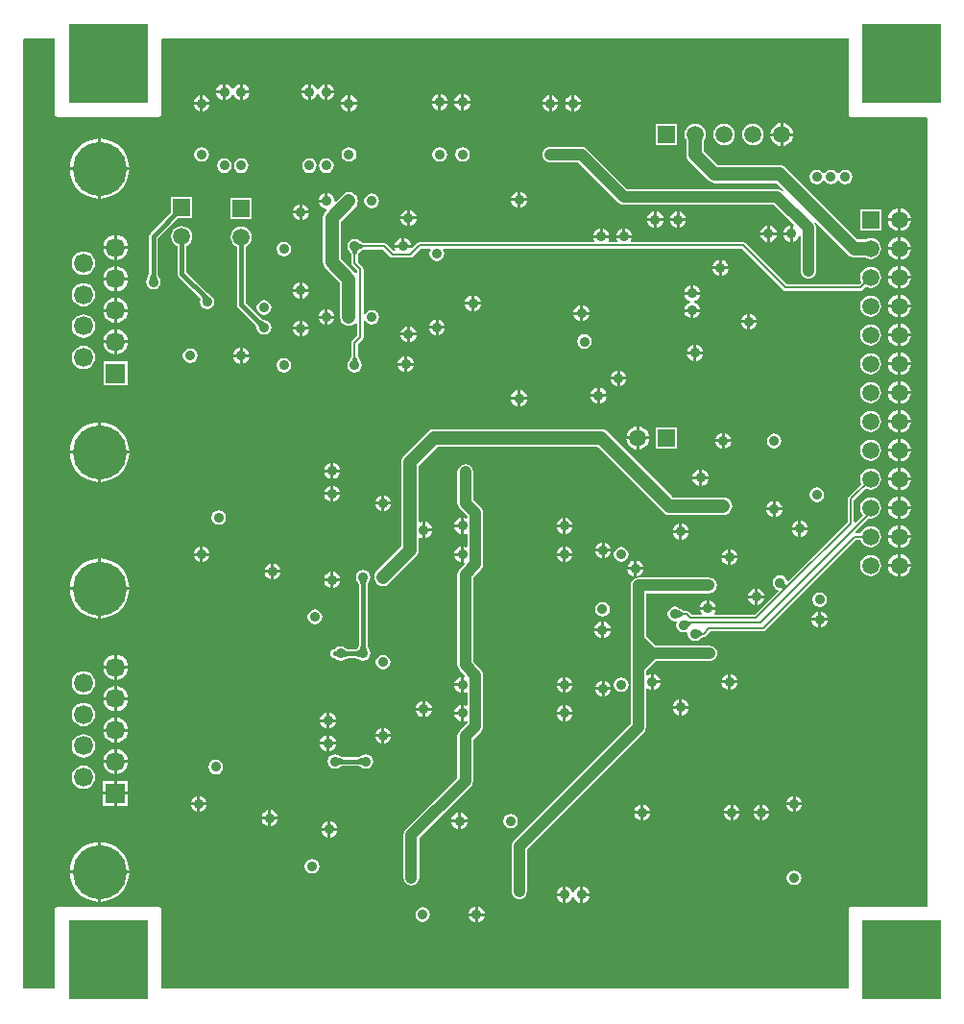
<source format=gbl>
%FSLAX25Y25*%
%MOIN*%
G70*
G01*
G75*
G04 Layer_Physical_Order=4*
G04 Layer_Color=16711680*
%ADD10O,0.07874X0.01201*%
%ADD11R,0.05512X0.04724*%
%ADD12R,0.04724X0.05512*%
%ADD13O,0.08661X0.02362*%
%ADD14O,0.07087X0.01772*%
%ADD15R,0.08661X0.07874*%
%ADD16R,0.07874X0.08661*%
%ADD17O,0.09843X0.02756*%
%ADD18O,0.02756X0.09843*%
%ADD19O,0.02362X0.08661*%
%ADD20R,0.06693X0.04331*%
%ADD21R,0.09449X0.10236*%
%ADD22R,0.10236X0.04331*%
%ADD23C,0.01575*%
%ADD24C,0.00787*%
%ADD25C,0.04724*%
%ADD26C,0.02362*%
%ADD27C,0.02756*%
%ADD28C,0.03937*%
%ADD29R,0.05906X0.05906*%
%ADD30C,0.05906*%
%ADD31R,0.27559X0.27559*%
%ADD32R,0.05906X0.05906*%
%ADD33C,0.06654*%
%ADD34R,0.06654X0.06654*%
%ADD35C,0.18740*%
%ADD36C,0.03583*%
%ADD37C,0.05906*%
G36*
X16994Y334646D02*
Y308071D01*
X17049Y307794D01*
X17206Y307560D01*
X17440Y307403D01*
X17717Y307348D01*
X53150D01*
X53426Y307403D01*
X53661Y307560D01*
X53817Y307794D01*
X53872Y308071D01*
Y334292D01*
X54226Y334646D01*
X292584Y334646D01*
Y308071D01*
X292640Y307794D01*
X292796Y307560D01*
X293031Y307403D01*
X293307Y307348D01*
X319528D01*
X319882Y306995D01*
X319882Y33203D01*
X293307D01*
X293031Y33148D01*
X292796Y32991D01*
X292640Y32757D01*
X292584Y32480D01*
Y5275D01*
X292231Y4921D01*
X53872Y4921D01*
Y32480D01*
X53817Y32757D01*
X53661Y32991D01*
X53426Y33148D01*
X53150Y33203D01*
X17717D01*
X17440Y33148D01*
X17206Y32991D01*
X17049Y32757D01*
X16994Y32480D01*
Y5275D01*
X16640Y4921D01*
X5906D01*
X5906Y334292D01*
X6259Y334646D01*
X16994D01*
D02*
G37*
%LPC*%
G36*
X309697Y155575D02*
X309165Y155505D01*
X308204Y155106D01*
X307378Y154473D01*
X306744Y153647D01*
X306346Y152685D01*
X306276Y152154D01*
X309697D01*
Y155575D01*
D02*
G37*
G36*
X253931Y154028D02*
X251681D01*
Y151778D01*
X251910Y151808D01*
X252589Y152089D01*
X253172Y152537D01*
X253619Y153120D01*
X253901Y153799D01*
X253931Y154028D01*
D02*
G37*
G36*
X250681D02*
X248431D01*
X248462Y153799D01*
X248743Y153120D01*
X249190Y152537D01*
X249773Y152089D01*
X250452Y151808D01*
X250681Y151778D01*
Y154028D01*
D02*
G37*
G36*
X310697Y155575D02*
Y152154D01*
X314118D01*
X314048Y152685D01*
X313650Y153647D01*
X313016Y154473D01*
X312190Y155106D01*
X311229Y155505D01*
X310697Y155575D01*
D02*
G37*
G36*
X196647Y155012D02*
X194398D01*
Y152762D01*
X194626Y152792D01*
X195305Y153074D01*
X195888Y153521D01*
X196336Y154104D01*
X196617Y154783D01*
X196647Y155012D01*
D02*
G37*
G36*
X193398D02*
X191148D01*
X191178Y154783D01*
X191459Y154104D01*
X191907Y153521D01*
X192490Y153074D01*
X193169Y152792D01*
X193398Y152762D01*
Y155012D01*
D02*
G37*
G36*
X157965D02*
X155715D01*
X155745Y154783D01*
X156026Y154104D01*
X156474Y153521D01*
X157057Y153074D01*
X157736Y152792D01*
X157965Y152762D01*
Y155012D01*
D02*
G37*
G36*
X300197Y155347D02*
X299241Y155221D01*
X298350Y154852D01*
X297586Y154265D01*
X296999Y153500D01*
X296630Y152609D01*
X296504Y151654D01*
X296630Y150698D01*
X296999Y149807D01*
X297586Y149042D01*
X298350Y148455D01*
X299241Y148086D01*
X300197Y147961D01*
X301153Y148086D01*
X302043Y148455D01*
X302808Y149042D01*
X303395Y149807D01*
X303764Y150698D01*
X303890Y151654D01*
X303764Y152609D01*
X303395Y153500D01*
X302808Y154265D01*
X302043Y154852D01*
X301153Y155221D01*
X300197Y155347D01*
D02*
G37*
G36*
X221254Y150091D02*
X219004D01*
Y147841D01*
X219233Y147871D01*
X219912Y148152D01*
X220495Y148600D01*
X220942Y149183D01*
X221223Y149862D01*
X221254Y150091D01*
D02*
G37*
G36*
X218004D02*
X215754D01*
X215785Y149862D01*
X216066Y149183D01*
X216513Y148600D01*
X217096Y148152D01*
X217775Y147871D01*
X218004Y147841D01*
Y150091D01*
D02*
G37*
G36*
X92020Y152356D02*
X91791Y152326D01*
X91112Y152044D01*
X90529Y151597D01*
X90082Y151014D01*
X89800Y150335D01*
X89770Y150106D01*
X92020D01*
Y152356D01*
D02*
G37*
G36*
X219004Y153340D02*
Y151091D01*
X221254D01*
X221223Y151319D01*
X220942Y151998D01*
X220495Y152581D01*
X219912Y153029D01*
X219233Y153310D01*
X219004Y153340D01*
D02*
G37*
G36*
X218004D02*
X217775Y153310D01*
X217096Y153029D01*
X216513Y152581D01*
X216066Y151998D01*
X215785Y151319D01*
X215754Y151091D01*
X218004D01*
Y153340D01*
D02*
G37*
G36*
X93020Y152356D02*
Y150106D01*
X95269D01*
X95239Y150335D01*
X94958Y151014D01*
X94511Y151597D01*
X93927Y152044D01*
X93248Y152326D01*
X93020Y152356D01*
D02*
G37*
G36*
X67413Y155012D02*
X65164D01*
X65194Y154783D01*
X65475Y154104D01*
X65923Y153521D01*
X66506Y153074D01*
X67185Y152792D01*
X67413Y152762D01*
Y155012D01*
D02*
G37*
G36*
Y158262D02*
X67185Y158231D01*
X66506Y157950D01*
X65923Y157503D01*
X65475Y156920D01*
X65194Y156241D01*
X65164Y156012D01*
X67413D01*
Y158262D01*
D02*
G37*
G36*
X194398Y158262D02*
Y156012D01*
X196647D01*
X196617Y156241D01*
X196336Y156920D01*
X195888Y157503D01*
X195305Y157950D01*
X194626Y158231D01*
X194398Y158262D01*
D02*
G37*
G36*
X193398D02*
X193169Y158231D01*
X192490Y157950D01*
X191907Y157503D01*
X191459Y156920D01*
X191178Y156241D01*
X191148Y156012D01*
X193398D01*
Y158262D01*
D02*
G37*
G36*
X68413Y158262D02*
Y156012D01*
X70663D01*
X70633Y156241D01*
X70352Y156920D01*
X69904Y157503D01*
X69321Y157950D01*
X68642Y158231D01*
X68413Y158262D01*
D02*
G37*
G36*
X309697Y161154D02*
X306276D01*
X306346Y160622D01*
X306744Y159660D01*
X307378Y158835D01*
X308204Y158201D01*
X309165Y157803D01*
X309697Y157733D01*
Y161154D01*
D02*
G37*
G36*
X207784Y159639D02*
Y157390D01*
X210033D01*
X210003Y157618D01*
X209722Y158298D01*
X209274Y158881D01*
X208691Y159328D01*
X208012Y159609D01*
X207784Y159639D01*
D02*
G37*
G36*
X206784D02*
X206555Y159609D01*
X205876Y159328D01*
X205293Y158881D01*
X204845Y158298D01*
X204564Y157618D01*
X204534Y157390D01*
X206784D01*
Y159639D01*
D02*
G37*
G36*
Y156390D02*
X204534D01*
X204564Y156161D01*
X204845Y155482D01*
X205293Y154899D01*
X205876Y154452D01*
X206555Y154170D01*
X206784Y154140D01*
Y156390D01*
D02*
G37*
G36*
X213583Y158061D02*
X212607Y157867D01*
X211780Y157314D01*
X211228Y156487D01*
X211034Y155512D01*
X211228Y154536D01*
X211780Y153709D01*
X212607Y153157D01*
X213583Y152963D01*
X214558Y153157D01*
X215385Y153709D01*
X215938Y154536D01*
X216132Y155512D01*
X215938Y156487D01*
X215385Y157314D01*
X214558Y157867D01*
X213583Y158061D01*
D02*
G37*
G36*
X70663Y155012D02*
X68413D01*
Y152762D01*
X68642Y152792D01*
X69321Y153074D01*
X69904Y153521D01*
X70352Y154104D01*
X70633Y154783D01*
X70663Y155012D01*
D02*
G37*
G36*
X210033Y156390D02*
X207784D01*
Y154140D01*
X208012Y154170D01*
X208691Y154452D01*
X209274Y154899D01*
X209722Y155482D01*
X210003Y156161D01*
X210033Y156390D01*
D02*
G37*
G36*
X157965Y158262D02*
X157736Y158231D01*
X157057Y157950D01*
X156474Y157503D01*
X156026Y156920D01*
X155745Y156241D01*
X155715Y156012D01*
X157965D01*
Y158262D01*
D02*
G37*
G36*
X251681Y157277D02*
Y155028D01*
X253931D01*
X253901Y155256D01*
X253619Y155935D01*
X253172Y156518D01*
X252589Y156966D01*
X251910Y157247D01*
X251681Y157277D01*
D02*
G37*
G36*
X250681D02*
X250452Y157247D01*
X249773Y156966D01*
X249190Y156518D01*
X248743Y155935D01*
X248462Y155256D01*
X248431Y155028D01*
X250681D01*
Y157277D01*
D02*
G37*
G36*
X314118Y151154D02*
X310697D01*
Y147733D01*
X311229Y147803D01*
X312190Y148201D01*
X313016Y148835D01*
X313650Y149660D01*
X314048Y150622D01*
X314118Y151154D01*
D02*
G37*
G36*
X42843Y143181D02*
X32980D01*
Y133318D01*
X34108Y133407D01*
X35695Y133788D01*
X37203Y134413D01*
X38594Y135266D01*
X39836Y136326D01*
X40896Y137567D01*
X41749Y138959D01*
X42373Y140467D01*
X42754Y142054D01*
X42843Y143181D01*
D02*
G37*
G36*
X31980D02*
X22118D01*
X22206Y142054D01*
X22587Y140467D01*
X23212Y138959D01*
X24065Y137567D01*
X25125Y136326D01*
X26366Y135266D01*
X27758Y134413D01*
X29266Y133788D01*
X30853Y133407D01*
X31980Y133318D01*
Y143181D01*
D02*
G37*
G36*
X107283Y136407D02*
X106308Y136213D01*
X105481Y135661D01*
X104929Y134834D01*
X104735Y133858D01*
X104929Y132883D01*
X105481Y132056D01*
X106308Y131503D01*
X107283Y131309D01*
X108259Y131503D01*
X109086Y132056D01*
X109638Y132883D01*
X109833Y133858D01*
X109638Y134834D01*
X109086Y135661D01*
X108259Y136213D01*
X107283Y136407D01*
D02*
G37*
G36*
X281980Y135624D02*
X281752Y135594D01*
X281073Y135312D01*
X280490Y134865D01*
X280042Y134282D01*
X279761Y133603D01*
X279731Y133374D01*
X281980D01*
Y135624D01*
D02*
G37*
G36*
X282480Y142313D02*
X281505Y142119D01*
X280678Y141566D01*
X280125Y140739D01*
X279931Y139764D01*
X280125Y138788D01*
X280678Y137961D01*
X281505Y137409D01*
X282480Y137215D01*
X283456Y137409D01*
X284283Y137961D01*
X284835Y138788D01*
X285029Y139764D01*
X284835Y140739D01*
X284283Y141566D01*
X283456Y142119D01*
X282480Y142313D01*
D02*
G37*
G36*
X207087Y138966D02*
X206111Y138772D01*
X205284Y138220D01*
X204732Y137393D01*
X204538Y136417D01*
X204732Y135442D01*
X205284Y134615D01*
X206111Y134062D01*
X207087Y133868D01*
X208062Y134062D01*
X208889Y134615D01*
X209442Y135442D01*
X209636Y136417D01*
X209442Y137393D01*
X208889Y138220D01*
X208062Y138772D01*
X207087Y138966D01*
D02*
G37*
G36*
X282980Y135624D02*
Y133374D01*
X285230D01*
X285200Y133603D01*
X284919Y134282D01*
X284471Y134865D01*
X283888Y135312D01*
X283209Y135594D01*
X282980Y135624D01*
D02*
G37*
G36*
X209836Y128831D02*
X207587D01*
Y126581D01*
X207815Y126611D01*
X208494Y126892D01*
X209078Y127340D01*
X209525Y127923D01*
X209806Y128602D01*
X209836Y128831D01*
D02*
G37*
G36*
X206587D02*
X204337D01*
X204367Y128602D01*
X204648Y127923D01*
X205096Y127340D01*
X205679Y126892D01*
X206358Y126611D01*
X206587Y126581D01*
Y128831D01*
D02*
G37*
G36*
X124016Y150187D02*
X123040Y149993D01*
X122213Y149440D01*
X121661Y148613D01*
X121467Y147638D01*
X121661Y146662D01*
X122136Y145952D01*
X122490Y144884D01*
Y123817D01*
X122184Y122895D01*
X121262Y122588D01*
X118896D01*
X117828Y122943D01*
X117117Y123418D01*
X116142Y123612D01*
X115166Y123418D01*
X114339Y122865D01*
X114151Y122584D01*
X113590Y122472D01*
X113095Y122142D01*
X112764Y121647D01*
X112648Y121063D01*
X112764Y120479D01*
X113095Y119984D01*
X113590Y119654D01*
X114151Y119542D01*
X114339Y119261D01*
X115166Y118708D01*
X116142Y118514D01*
X117117Y118708D01*
X117828Y119183D01*
X118896Y119538D01*
X121262D01*
X122330Y119183D01*
X123040Y118708D01*
X124016Y118514D01*
X124991Y118708D01*
X125818Y119261D01*
X126371Y120088D01*
X126565Y121063D01*
X126371Y122038D01*
X125896Y122749D01*
X125541Y123817D01*
Y144884D01*
X125896Y145952D01*
X126371Y146662D01*
X126565Y147638D01*
X126371Y148613D01*
X125818Y149440D01*
X124991Y149993D01*
X124016Y150187D01*
D02*
G37*
G36*
X206587Y132080D02*
X206358Y132050D01*
X205679Y131769D01*
X205096Y131322D01*
X204648Y130738D01*
X204367Y130059D01*
X204337Y129831D01*
X206587D01*
Y132080D01*
D02*
G37*
G36*
X285230Y132374D02*
X282980D01*
Y130124D01*
X283209Y130155D01*
X283888Y130436D01*
X284471Y130883D01*
X284919Y131466D01*
X285200Y132145D01*
X285230Y132374D01*
D02*
G37*
G36*
X281980D02*
X279731D01*
X279761Y132145D01*
X280042Y131466D01*
X280490Y130883D01*
X281073Y130436D01*
X281752Y130155D01*
X281980Y130124D01*
Y132374D01*
D02*
G37*
G36*
X207587Y132080D02*
Y129831D01*
X209836D01*
X209806Y130059D01*
X209525Y130738D01*
X209078Y131322D01*
X208494Y131769D01*
X207815Y132050D01*
X207587Y132080D01*
D02*
G37*
G36*
X243201Y139561D02*
X242972Y139531D01*
X242293Y139249D01*
X241710Y138802D01*
X241263Y138219D01*
X240981Y137540D01*
X240951Y137311D01*
X243201D01*
Y139561D01*
D02*
G37*
G36*
X92020Y149106D02*
X89770D01*
X89800Y148878D01*
X90082Y148199D01*
X90529Y147616D01*
X91112Y147168D01*
X91791Y146887D01*
X92020Y146857D01*
Y149106D01*
D02*
G37*
G36*
X32980Y154044D02*
Y144181D01*
X42843D01*
X42754Y145308D01*
X42373Y146896D01*
X41749Y148404D01*
X40896Y149795D01*
X39836Y151037D01*
X38594Y152097D01*
X37203Y152950D01*
X35695Y153574D01*
X34108Y153955D01*
X32980Y154044D01*
D02*
G37*
G36*
X31980D02*
X30853Y153955D01*
X29266Y153574D01*
X27758Y152950D01*
X26366Y152097D01*
X25125Y151037D01*
X24065Y149795D01*
X23212Y148404D01*
X22587Y146896D01*
X22206Y145308D01*
X22118Y144181D01*
X31980D01*
Y154044D01*
D02*
G37*
G36*
X95269Y149106D02*
X93020D01*
Y146857D01*
X93248Y146887D01*
X93927Y147168D01*
X94511Y147616D01*
X94958Y148199D01*
X95239Y148878D01*
X95269Y149106D01*
D02*
G37*
G36*
X309697Y151154D02*
X306276D01*
X306346Y150622D01*
X306744Y149660D01*
X307378Y148835D01*
X308204Y148201D01*
X309165Y147803D01*
X309697Y147733D01*
Y151154D01*
D02*
G37*
G36*
X113689Y149403D02*
Y147153D01*
X115939D01*
X115909Y147382D01*
X115627Y148061D01*
X115180Y148644D01*
X114597Y149092D01*
X113918Y149373D01*
X113689Y149403D01*
D02*
G37*
G36*
X112689D02*
X112460Y149373D01*
X111781Y149092D01*
X111198Y148644D01*
X110751Y148061D01*
X110469Y147382D01*
X110439Y147153D01*
X112689D01*
Y149403D01*
D02*
G37*
G36*
X263183Y140248D02*
X260933D01*
Y137998D01*
X261162Y138029D01*
X261841Y138310D01*
X262424Y138757D01*
X262871Y139340D01*
X263153Y140019D01*
X263183Y140248D01*
D02*
G37*
G36*
X259933D02*
X257683D01*
X257714Y140019D01*
X257995Y139340D01*
X258442Y138757D01*
X259025Y138310D01*
X259704Y138029D01*
X259933Y137998D01*
Y140248D01*
D02*
G37*
G36*
X244201Y139561D02*
Y137311D01*
X246450D01*
X246420Y137540D01*
X246139Y138219D01*
X245692Y138802D01*
X245109Y139249D01*
X244429Y139531D01*
X244201Y139561D01*
D02*
G37*
G36*
X259933Y143498D02*
X259704Y143468D01*
X259025Y143186D01*
X258442Y142739D01*
X257995Y142156D01*
X257714Y141477D01*
X257683Y141248D01*
X259933D01*
Y143498D01*
D02*
G37*
G36*
X115939Y146153D02*
X113689D01*
Y143904D01*
X113918Y143934D01*
X114597Y144215D01*
X115180Y144663D01*
X115627Y145246D01*
X115909Y145925D01*
X115939Y146153D01*
D02*
G37*
G36*
X112689D02*
X110439D01*
X110469Y145925D01*
X110751Y145246D01*
X111198Y144663D01*
X111781Y144215D01*
X112460Y143934D01*
X112689Y143904D01*
Y146153D01*
D02*
G37*
G36*
X260933Y143498D02*
Y141248D01*
X263183D01*
X263153Y141477D01*
X262871Y142156D01*
X262424Y142739D01*
X261841Y143186D01*
X261162Y143468D01*
X260933Y143498D01*
D02*
G37*
G36*
X314118Y161154D02*
X310697D01*
Y157733D01*
X311229Y157803D01*
X312190Y158201D01*
X313016Y158835D01*
X313650Y159660D01*
X314048Y160622D01*
X314118Y161154D01*
D02*
G37*
G36*
Y181154D02*
X310697D01*
Y177733D01*
X311229Y177803D01*
X312190Y178201D01*
X313016Y178834D01*
X313650Y179660D01*
X314048Y180622D01*
X314118Y181154D01*
D02*
G37*
G36*
X309697D02*
X306276D01*
X306346Y180622D01*
X306744Y179660D01*
X307378Y178834D01*
X308204Y178201D01*
X309165Y177803D01*
X309697Y177733D01*
Y181154D01*
D02*
G37*
G36*
X113689Y179324D02*
Y177075D01*
X115939D01*
X115909Y177304D01*
X115627Y177983D01*
X115180Y178566D01*
X114597Y179013D01*
X113918Y179294D01*
X113689Y179324D01*
D02*
G37*
G36*
X300197Y185347D02*
X299241Y185221D01*
X298350Y184852D01*
X297586Y184265D01*
X296999Y183500D01*
X296630Y182609D01*
X296504Y181654D01*
X296630Y180698D01*
X296929Y179975D01*
X292512Y175559D01*
X292269Y175194D01*
X292183Y174764D01*
Y166804D01*
X271591Y146212D01*
X271113Y146358D01*
X271056Y146645D01*
X270503Y147472D01*
X269676Y148024D01*
X268701Y148218D01*
X267725Y148024D01*
X266898Y147472D01*
X266346Y146645D01*
X266152Y145669D01*
X266346Y144694D01*
X266898Y143867D01*
X267725Y143314D01*
X268013Y143257D01*
X268158Y142779D01*
X259889Y134510D01*
X246078D01*
X245837Y135010D01*
X246139Y135403D01*
X246420Y136082D01*
X246450Y136311D01*
X240951D01*
X240981Y136082D01*
X241263Y135403D01*
X241564Y135010D01*
X241324Y134510D01*
X238143D01*
X237015Y135637D01*
X236651Y135881D01*
X236221Y135967D01*
X235280D01*
X234100Y136625D01*
X234086Y136645D01*
X233259Y137197D01*
X232283Y137392D01*
X231308Y137197D01*
X230481Y136645D01*
X229928Y135818D01*
X229734Y134843D01*
X229928Y133867D01*
X230481Y133040D01*
X231308Y132488D01*
X232283Y132294D01*
X232597Y132356D01*
X232898Y131906D01*
X232881Y131881D01*
X232687Y130906D01*
X232881Y129930D01*
X233434Y129103D01*
X234261Y128551D01*
X235236Y128357D01*
X236212Y128551D01*
X236237Y128567D01*
X236687Y128267D01*
X236624Y127953D01*
X236818Y126977D01*
X237371Y126150D01*
X238198Y125598D01*
X239173Y125404D01*
X240149Y125598D01*
X240976Y126150D01*
X240989Y126171D01*
X242194Y126842D01*
X242556Y126914D01*
X242921Y127158D01*
X244560Y128797D01*
X262795D01*
X263225Y128883D01*
X263590Y129127D01*
X294993Y160530D01*
X296699D01*
X296999Y159807D01*
X297586Y159042D01*
X298350Y158455D01*
X299241Y158086D01*
X300197Y157961D01*
X301153Y158086D01*
X302043Y158455D01*
X302808Y159042D01*
X303395Y159807D01*
X303764Y160698D01*
X303890Y161654D01*
X303764Y162609D01*
X303395Y163500D01*
X302808Y164265D01*
X302043Y164852D01*
X301153Y165221D01*
X300197Y165347D01*
X299241Y165221D01*
X298350Y164852D01*
X297586Y164265D01*
X296999Y163500D01*
X296699Y162778D01*
X294995D01*
X294788Y163278D01*
X299556Y168045D01*
X300197Y167961D01*
X301153Y168086D01*
X302043Y168455D01*
X302808Y169042D01*
X303395Y169807D01*
X303764Y170698D01*
X303890Y171654D01*
X303764Y172609D01*
X303395Y173500D01*
X302808Y174265D01*
X302043Y174852D01*
X301153Y175221D01*
X300197Y175347D01*
X299241Y175221D01*
X298350Y174852D01*
X297586Y174265D01*
X296999Y173500D01*
X296630Y172609D01*
X296504Y171654D01*
X296630Y170698D01*
X296999Y169807D01*
X297494Y169162D01*
X294931Y166599D01*
X294431Y166806D01*
Y174298D01*
X298518Y178386D01*
X299241Y178086D01*
X300197Y177961D01*
X301153Y178086D01*
X302043Y178455D01*
X302808Y179042D01*
X303395Y179807D01*
X303764Y180698D01*
X303890Y181654D01*
X303764Y182609D01*
X303395Y183500D01*
X302808Y184265D01*
X302043Y184852D01*
X301153Y185221D01*
X300197Y185347D01*
D02*
G37*
G36*
X31980Y190465D02*
X22118D01*
X22206Y189337D01*
X22587Y187750D01*
X23212Y186242D01*
X24065Y184850D01*
X25125Y183609D01*
X26366Y182549D01*
X27758Y181696D01*
X29266Y181071D01*
X30853Y180691D01*
X31980Y180602D01*
Y190465D01*
D02*
G37*
G36*
X243891Y181587D02*
X241642D01*
Y179337D01*
X241870Y179367D01*
X242549Y179648D01*
X243132Y180096D01*
X243580Y180679D01*
X243861Y181358D01*
X243891Y181587D01*
D02*
G37*
G36*
X240642D02*
X238392D01*
X238422Y181358D01*
X238703Y180679D01*
X239151Y180096D01*
X239734Y179648D01*
X240413Y179367D01*
X240642Y179337D01*
Y181587D01*
D02*
G37*
G36*
X130405Y175978D02*
X130177Y175948D01*
X129498Y175667D01*
X128915Y175219D01*
X128467Y174636D01*
X128186Y173957D01*
X128156Y173728D01*
X130405D01*
Y175978D01*
D02*
G37*
G36*
X281496Y178730D02*
X280521Y178536D01*
X279694Y177983D01*
X279141Y177157D01*
X278947Y176181D01*
X279141Y175206D01*
X279694Y174379D01*
X280521Y173826D01*
X281496Y173632D01*
X282472Y173826D01*
X283298Y174379D01*
X283851Y175206D01*
X284045Y176181D01*
X283851Y177157D01*
X283298Y177983D01*
X282472Y178536D01*
X281496Y178730D01*
D02*
G37*
G36*
X310697Y175575D02*
Y172154D01*
X314118D01*
X314048Y172686D01*
X313650Y173647D01*
X313016Y174473D01*
X312190Y175106D01*
X311229Y175505D01*
X310697Y175575D01*
D02*
G37*
G36*
X131405Y175978D02*
Y173728D01*
X133655D01*
X133625Y173957D01*
X133344Y174636D01*
X132896Y175219D01*
X132313Y175667D01*
X131634Y175948D01*
X131405Y175978D01*
D02*
G37*
G36*
X112689Y179324D02*
X112460Y179294D01*
X111781Y179013D01*
X111198Y178566D01*
X110751Y177983D01*
X110469Y177304D01*
X110439Y177075D01*
X112689D01*
Y179324D01*
D02*
G37*
G36*
X115939Y176075D02*
X113689D01*
Y173825D01*
X113918Y173855D01*
X114597Y174137D01*
X115180Y174584D01*
X115627Y175167D01*
X115909Y175846D01*
X115939Y176075D01*
D02*
G37*
G36*
X112689D02*
X110439D01*
X110469Y175846D01*
X110751Y175167D01*
X111198Y174584D01*
X111781Y174137D01*
X112460Y173855D01*
X112689Y173825D01*
Y176075D01*
D02*
G37*
G36*
X42843Y190465D02*
X32980D01*
Y180602D01*
X34108Y180691D01*
X35695Y181071D01*
X37203Y181696D01*
X38594Y182549D01*
X39836Y183609D01*
X40896Y184850D01*
X41749Y186242D01*
X42373Y187750D01*
X42754Y189337D01*
X42843Y190465D01*
D02*
G37*
G36*
X314118Y191154D02*
X310697D01*
Y187733D01*
X311229Y187803D01*
X312190Y188201D01*
X313016Y188835D01*
X313650Y189660D01*
X314048Y190622D01*
X314118Y191154D01*
D02*
G37*
G36*
X309697D02*
X306276D01*
X306346Y190622D01*
X306744Y189660D01*
X307378Y188835D01*
X308204Y188201D01*
X309165Y187803D01*
X309697Y187733D01*
Y191154D01*
D02*
G37*
G36*
X113689Y187198D02*
Y184949D01*
X115939D01*
X115909Y185178D01*
X115627Y185857D01*
X115180Y186440D01*
X114597Y186887D01*
X113918Y187168D01*
X113689Y187198D01*
D02*
G37*
G36*
X300197Y195347D02*
X299241Y195221D01*
X298350Y194852D01*
X297586Y194265D01*
X296999Y193500D01*
X296630Y192609D01*
X296504Y191654D01*
X296630Y190698D01*
X296999Y189807D01*
X297586Y189042D01*
X298350Y188455D01*
X299241Y188086D01*
X300197Y187961D01*
X301153Y188086D01*
X302043Y188455D01*
X302808Y189042D01*
X303395Y189807D01*
X303764Y190698D01*
X303890Y191654D01*
X303764Y192609D01*
X303395Y193500D01*
X302808Y194265D01*
X302043Y194852D01*
X301153Y195221D01*
X300197Y195347D01*
D02*
G37*
G36*
X218831Y195366D02*
X215410D01*
X215480Y194834D01*
X215878Y193873D01*
X216512Y193047D01*
X217337Y192413D01*
X218299Y192015D01*
X218831Y191945D01*
Y195366D01*
D02*
G37*
G36*
X32980Y201327D02*
Y191465D01*
X42843D01*
X42754Y192592D01*
X42373Y194179D01*
X41749Y195687D01*
X40896Y197079D01*
X39836Y198320D01*
X38594Y199380D01*
X37203Y200233D01*
X35695Y200858D01*
X34108Y201239D01*
X32980Y201327D01*
D02*
G37*
G36*
X31980D02*
X30853Y201239D01*
X29266Y200858D01*
X27758Y200233D01*
X26366Y199380D01*
X25125Y198320D01*
X24065Y197079D01*
X23212Y195687D01*
X22587Y194179D01*
X22206Y192592D01*
X22118Y191465D01*
X31980D01*
Y201327D01*
D02*
G37*
G36*
X309697Y185575D02*
X309165Y185505D01*
X308204Y185106D01*
X307378Y184473D01*
X306744Y183647D01*
X306346Y182685D01*
X306276Y182154D01*
X309697D01*
Y185575D01*
D02*
G37*
G36*
X115939Y183949D02*
X113689D01*
Y181699D01*
X113918Y181729D01*
X114597Y182011D01*
X115180Y182458D01*
X115627Y183041D01*
X115909Y183720D01*
X115939Y183949D01*
D02*
G37*
G36*
X112689D02*
X110439D01*
X110469Y183720D01*
X110751Y183041D01*
X111198Y182458D01*
X111781Y182011D01*
X112460Y181729D01*
X112689Y181699D01*
Y183949D01*
D02*
G37*
G36*
X310697Y185575D02*
Y182154D01*
X314118D01*
X314048Y182685D01*
X313650Y183647D01*
X313016Y184473D01*
X312190Y185106D01*
X311229Y185505D01*
X310697Y185575D01*
D02*
G37*
G36*
X112689Y187198D02*
X112460Y187168D01*
X111781Y186887D01*
X111198Y186440D01*
X110751Y185857D01*
X110469Y185178D01*
X110439Y184949D01*
X112689D01*
Y187198D01*
D02*
G37*
G36*
X241642Y184836D02*
Y182587D01*
X243891D01*
X243861Y182815D01*
X243580Y183494D01*
X243132Y184077D01*
X242549Y184525D01*
X241870Y184806D01*
X241642Y184836D01*
D02*
G37*
G36*
X240642D02*
X240413Y184806D01*
X239734Y184525D01*
X239151Y184077D01*
X238703Y183494D01*
X238422Y182815D01*
X238392Y182587D01*
X240642D01*
Y184836D01*
D02*
G37*
G36*
X309697Y175575D02*
X309165Y175505D01*
X308204Y175106D01*
X307378Y174473D01*
X306744Y173647D01*
X306346Y172686D01*
X306276Y172154D01*
X309697D01*
Y175575D01*
D02*
G37*
G36*
X196647Y164854D02*
X194398D01*
Y162605D01*
X194626Y162635D01*
X195305Y162916D01*
X195888Y163364D01*
X196336Y163947D01*
X196617Y164626D01*
X196647Y164854D01*
D02*
G37*
G36*
X193398D02*
X191148D01*
X191178Y164626D01*
X191459Y163947D01*
X191907Y163364D01*
X192490Y162916D01*
X193169Y162635D01*
X193398Y162605D01*
Y164854D01*
D02*
G37*
G36*
X157965D02*
X155715D01*
X155745Y164626D01*
X156026Y163947D01*
X156474Y163364D01*
X157057Y162916D01*
X157736Y162635D01*
X157965Y162605D01*
Y164854D01*
D02*
G37*
G36*
X233752Y166136D02*
X233523Y166105D01*
X232844Y165824D01*
X232261Y165377D01*
X231814Y164794D01*
X231533Y164115D01*
X231502Y163886D01*
X233752D01*
Y166136D01*
D02*
G37*
G36*
X275091Y167120D02*
X274862Y167090D01*
X274183Y166808D01*
X273600Y166361D01*
X273152Y165778D01*
X272871Y165099D01*
X272841Y164870D01*
X275091D01*
Y167120D01*
D02*
G37*
G36*
X145579Y166726D02*
Y164476D01*
X147828D01*
X147798Y164705D01*
X147517Y165384D01*
X147070Y165967D01*
X146486Y166415D01*
X145808Y166696D01*
X145579Y166726D01*
D02*
G37*
G36*
X234752Y166136D02*
Y163886D01*
X237002D01*
X236971Y164115D01*
X236690Y164794D01*
X236243Y165377D01*
X235660Y165824D01*
X234981Y166105D01*
X234752Y166136D01*
D02*
G37*
G36*
X147828Y163476D02*
X145579D01*
Y161227D01*
X145808Y161257D01*
X146486Y161538D01*
X147070Y161986D01*
X147517Y162569D01*
X147798Y163248D01*
X147828Y163476D01*
D02*
G37*
G36*
X237002Y162886D02*
X234752D01*
Y160636D01*
X234981Y160666D01*
X235660Y160948D01*
X236243Y161395D01*
X236690Y161978D01*
X236971Y162657D01*
X237002Y162886D01*
D02*
G37*
G36*
X233752D02*
X231502D01*
X231533Y162657D01*
X231814Y161978D01*
X232261Y161395D01*
X232844Y160948D01*
X233523Y160666D01*
X233752Y160636D01*
Y162886D01*
D02*
G37*
G36*
X275091Y163870D02*
X272841D01*
X272871Y163641D01*
X273152Y162962D01*
X273600Y162379D01*
X274183Y161932D01*
X274862Y161651D01*
X275091Y161620D01*
Y163870D01*
D02*
G37*
G36*
X310697Y165575D02*
Y162154D01*
X314118D01*
X314048Y162686D01*
X313650Y163647D01*
X313016Y164473D01*
X312190Y165106D01*
X311229Y165505D01*
X310697Y165575D01*
D02*
G37*
G36*
X309697D02*
X309165Y165505D01*
X308204Y165106D01*
X307378Y164473D01*
X306744Y163647D01*
X306346Y162686D01*
X306276Y162154D01*
X309697D01*
Y165575D01*
D02*
G37*
G36*
X278340Y163870D02*
X276091D01*
Y161620D01*
X276319Y161651D01*
X276998Y161932D01*
X277581Y162379D01*
X278029Y162962D01*
X278310Y163641D01*
X278340Y163870D01*
D02*
G37*
G36*
X276091Y167120D02*
Y164870D01*
X278340D01*
X278310Y165099D01*
X278029Y165778D01*
X277581Y166361D01*
X276998Y166808D01*
X276319Y167090D01*
X276091Y167120D01*
D02*
G37*
G36*
X206693Y198964D02*
X148622D01*
X147820Y198858D01*
X147511Y198730D01*
X147073Y198549D01*
X146432Y198056D01*
X138026Y189651D01*
X137534Y189009D01*
X137315Y188481D01*
X137225Y188262D01*
X137119Y187461D01*
Y158232D01*
X128715Y149828D01*
X128223Y149187D01*
X127914Y148440D01*
X127808Y147638D01*
X127914Y146836D01*
X128223Y146089D01*
X128715Y145448D01*
X129357Y144956D01*
X130104Y144646D01*
X130906Y144541D01*
X131707Y144646D01*
X132454Y144956D01*
X133096Y145448D01*
X142407Y154759D01*
X142899Y155400D01*
X143208Y156147D01*
X143314Y156949D01*
Y161242D01*
X143814Y161479D01*
X144350Y161257D01*
X144579Y161227D01*
Y163976D01*
Y166726D01*
X144350Y166696D01*
X143814Y166474D01*
X143314Y166711D01*
Y186178D01*
X149905Y192769D01*
X205410D01*
X228125Y170054D01*
X228766Y169562D01*
X229295Y169343D01*
X229513Y169252D01*
X230315Y169147D01*
X249016D01*
X249817Y169252D01*
X250565Y169562D01*
X251206Y170054D01*
X251698Y170695D01*
X252008Y171442D01*
X252113Y172244D01*
X252008Y173046D01*
X251698Y173793D01*
X251206Y174434D01*
X250565Y174926D01*
X249817Y175236D01*
X249016Y175341D01*
X231598D01*
X208883Y198056D01*
X208242Y198549D01*
X207713Y198767D01*
X207495Y198858D01*
X206693Y198964D01*
D02*
G37*
G36*
X269482Y170760D02*
X267232D01*
Y168510D01*
X267461Y168540D01*
X268140Y168822D01*
X268723Y169269D01*
X269171Y169852D01*
X269452Y170531D01*
X269482Y170760D01*
D02*
G37*
G36*
X266232D02*
X263983D01*
X264013Y170531D01*
X264294Y169852D01*
X264741Y169269D01*
X265325Y168822D01*
X266004Y168540D01*
X266232Y168510D01*
Y170760D01*
D02*
G37*
G36*
X130405Y172728D02*
X128156D01*
X128186Y172500D01*
X128467Y171821D01*
X128915Y171238D01*
X129498Y170790D01*
X130177Y170509D01*
X130405Y170479D01*
Y172728D01*
D02*
G37*
G36*
X267232Y174010D02*
Y171760D01*
X269482D01*
X269452Y171989D01*
X269171Y172668D01*
X268723Y173251D01*
X268140Y173698D01*
X267461Y173979D01*
X267232Y174010D01*
D02*
G37*
G36*
X266232D02*
X266004Y173979D01*
X265325Y173698D01*
X264741Y173251D01*
X264294Y172668D01*
X264013Y171989D01*
X263983Y171760D01*
X266232D01*
Y174010D01*
D02*
G37*
G36*
X133655Y172728D02*
X131405D01*
Y170479D01*
X131634Y170509D01*
X132313Y170790D01*
X132896Y171238D01*
X133344Y171821D01*
X133625Y172500D01*
X133655Y172728D01*
D02*
G37*
G36*
X193398Y168104D02*
X193169Y168074D01*
X192490Y167793D01*
X191907Y167345D01*
X191459Y166762D01*
X191178Y166083D01*
X191148Y165854D01*
X193398D01*
Y168104D01*
D02*
G37*
G36*
X157965D02*
X157736Y168074D01*
X157057Y167793D01*
X156474Y167345D01*
X156026Y166762D01*
X155745Y166083D01*
X155715Y165854D01*
X157965D01*
Y168104D01*
D02*
G37*
G36*
X73819Y170856D02*
X72843Y170662D01*
X72017Y170109D01*
X71464Y169283D01*
X71270Y168307D01*
X71464Y167332D01*
X72017Y166505D01*
X72843Y165952D01*
X73819Y165758D01*
X74794Y165952D01*
X75621Y166505D01*
X76174Y167332D01*
X76368Y168307D01*
X76174Y169283D01*
X75621Y170109D01*
X74794Y170662D01*
X73819Y170856D01*
D02*
G37*
G36*
X194398Y168104D02*
Y165854D01*
X196647D01*
X196617Y166083D01*
X196336Y166762D01*
X195888Y167345D01*
X195305Y167793D01*
X194626Y168074D01*
X194398Y168104D01*
D02*
G37*
G36*
X159449Y186755D02*
X158750Y186663D01*
X158099Y186394D01*
X157539Y185965D01*
X157110Y185405D01*
X156841Y184754D01*
X156749Y184055D01*
Y173307D01*
X156841Y172608D01*
X157110Y171957D01*
X157539Y171398D01*
X160233Y168704D01*
Y168085D01*
X159733Y167850D01*
X159193Y168074D01*
X158965Y168104D01*
Y165354D01*
Y162605D01*
X159193Y162635D01*
X159733Y162858D01*
X160233Y162623D01*
Y158243D01*
X159733Y158008D01*
X159193Y158231D01*
X158965Y158262D01*
Y155512D01*
Y152762D01*
X159078Y152777D01*
X159298Y152461D01*
X159338Y152330D01*
X157539Y150531D01*
X157110Y149972D01*
X156841Y149321D01*
X156749Y148622D01*
Y136811D01*
Y128937D01*
Y117126D01*
X156841Y116427D01*
X157110Y115776D01*
X157539Y115217D01*
X159338Y113418D01*
X159298Y113287D01*
X159078Y112971D01*
X158965Y112986D01*
Y110236D01*
Y107487D01*
X159193Y107517D01*
X159733Y107740D01*
X160233Y107505D01*
Y103125D01*
X159733Y102890D01*
X159193Y103113D01*
X158965Y103143D01*
Y100394D01*
Y97644D01*
X159193Y97674D01*
X159733Y97898D01*
X160233Y97663D01*
Y97044D01*
X157539Y94350D01*
X157110Y93791D01*
X156841Y93140D01*
X156749Y92441D01*
Y81693D01*
Y77890D01*
X138839Y59980D01*
X138410Y59421D01*
X138140Y58770D01*
X138048Y58071D01*
Y48228D01*
Y43307D01*
X138140Y42608D01*
X138410Y41957D01*
X138839Y41398D01*
X139398Y40969D01*
X140049Y40699D01*
X140748Y40607D01*
X141447Y40699D01*
X142098Y40969D01*
X142657Y41398D01*
X143087Y41957D01*
X143356Y42608D01*
X143448Y43307D01*
Y48228D01*
Y56952D01*
X161358Y74862D01*
X161787Y75422D01*
X162057Y76073D01*
X162149Y76772D01*
Y81693D01*
Y91322D01*
X164842Y94016D01*
X165272Y94575D01*
X165462Y95036D01*
X165541Y95226D01*
X165633Y95925D01*
Y113642D01*
X165541Y114341D01*
X165462Y114531D01*
X165272Y114992D01*
X164842Y115551D01*
X162149Y118245D01*
Y128937D01*
Y136811D01*
Y147504D01*
X164842Y150197D01*
X165272Y150756D01*
X165462Y151217D01*
X165541Y151408D01*
X165633Y152106D01*
Y169823D01*
X165541Y170522D01*
X165462Y170712D01*
X165272Y171173D01*
X164842Y171732D01*
X162149Y174426D01*
Y184055D01*
X162057Y184754D01*
X161787Y185405D01*
X161358Y185965D01*
X160799Y186394D01*
X160148Y186663D01*
X159449Y186755D01*
D02*
G37*
G36*
X314118Y171154D02*
X310697D01*
Y167733D01*
X311229Y167803D01*
X312190Y168201D01*
X313016Y168834D01*
X313650Y169660D01*
X314048Y170622D01*
X314118Y171154D01*
D02*
G37*
G36*
X309697D02*
X306276D01*
X306346Y170622D01*
X306744Y169660D01*
X307378Y168834D01*
X308204Y168201D01*
X309165Y167803D01*
X309697Y167733D01*
Y171154D01*
D02*
G37*
G36*
X38571Y120598D02*
Y116799D01*
X42369D01*
X42286Y117429D01*
X41850Y118481D01*
X41157Y119385D01*
X40253Y120079D01*
X39200Y120515D01*
X38571Y120598D01*
D02*
G37*
G36*
X251468Y68695D02*
X251240Y68664D01*
X250561Y68383D01*
X249978Y67936D01*
X249530Y67353D01*
X249249Y66674D01*
X249219Y66445D01*
X251468D01*
Y68695D01*
D02*
G37*
G36*
X69679Y68398D02*
X67429D01*
Y66148D01*
X67658Y66178D01*
X68337Y66460D01*
X68920Y66907D01*
X69367Y67490D01*
X69649Y68169D01*
X69679Y68398D01*
D02*
G37*
G36*
X66429D02*
X64180D01*
X64210Y68169D01*
X64491Y67490D01*
X64938Y66907D01*
X65522Y66460D01*
X66201Y66178D01*
X66429Y66148D01*
Y68398D01*
D02*
G37*
G36*
X252468Y68695D02*
Y66445D01*
X254718D01*
X254688Y66674D01*
X254407Y67353D01*
X253959Y67936D01*
X253376Y68383D01*
X252697Y68664D01*
X252468Y68695D01*
D02*
G37*
G36*
X261705Y68695D02*
X261476Y68664D01*
X260797Y68383D01*
X260214Y67936D01*
X259767Y67353D01*
X259485Y66674D01*
X259455Y66445D01*
X261705D01*
Y68695D01*
D02*
G37*
G36*
X221366D02*
Y66445D01*
X223616D01*
X223586Y66674D01*
X223304Y67353D01*
X222857Y67936D01*
X222274Y68383D01*
X221595Y68664D01*
X221366Y68695D01*
D02*
G37*
G36*
X220366D02*
X220138Y68664D01*
X219459Y68383D01*
X218875Y67936D01*
X218428Y67353D01*
X218147Y66674D01*
X218117Y66445D01*
X220366D01*
Y68695D01*
D02*
G37*
G36*
X157980Y65742D02*
Y63492D01*
X160230D01*
X160200Y63721D01*
X159919Y64400D01*
X159471Y64983D01*
X158888Y65430D01*
X158209Y65712D01*
X157980Y65742D01*
D02*
G37*
G36*
X156980D02*
X156752Y65712D01*
X156073Y65430D01*
X155490Y64983D01*
X155042Y64400D01*
X154761Y63721D01*
X154731Y63492D01*
X156980D01*
Y65742D01*
D02*
G37*
G36*
X264954Y65445D02*
X262705D01*
Y63195D01*
X262933Y63226D01*
X263613Y63507D01*
X264196Y63954D01*
X264643Y64537D01*
X264924Y65216D01*
X264954Y65445D01*
D02*
G37*
G36*
X91035Y66726D02*
X90807Y66696D01*
X90128Y66415D01*
X89545Y65967D01*
X89097Y65384D01*
X88816Y64705D01*
X88786Y64476D01*
X91035D01*
Y66726D01*
D02*
G37*
G36*
X276372Y68398D02*
X274122D01*
Y66148D01*
X274351Y66178D01*
X275030Y66460D01*
X275613Y66907D01*
X276060Y67490D01*
X276342Y68169D01*
X276372Y68398D01*
D02*
G37*
G36*
X273122D02*
X270872D01*
X270903Y68169D01*
X271184Y67490D01*
X271631Y66907D01*
X272214Y66460D01*
X272893Y66178D01*
X273122Y66148D01*
Y68398D01*
D02*
G37*
G36*
X92035Y66726D02*
Y64476D01*
X94285D01*
X94255Y64705D01*
X93974Y65384D01*
X93526Y65967D01*
X92943Y66415D01*
X92264Y66696D01*
X92035Y66726D01*
D02*
G37*
G36*
X262705Y68695D02*
Y66445D01*
X264954D01*
X264924Y66674D01*
X264643Y67353D01*
X264196Y67936D01*
X263613Y68383D01*
X262933Y68664D01*
X262705Y68695D01*
D02*
G37*
G36*
X72835Y84242D02*
X71859Y84048D01*
X71032Y83495D01*
X70480Y82668D01*
X70286Y81693D01*
X70480Y80717D01*
X71032Y79891D01*
X71859Y79338D01*
X72835Y79144D01*
X73810Y79338D01*
X74637Y79891D01*
X75190Y80717D01*
X75384Y81693D01*
X75190Y82668D01*
X74637Y83495D01*
X73810Y84048D01*
X72835Y84242D01*
D02*
G37*
G36*
X26890Y82200D02*
X25836Y82061D01*
X24855Y81655D01*
X24012Y81008D01*
X23365Y80165D01*
X22958Y79183D01*
X22819Y78130D01*
X22958Y77076D01*
X23365Y76095D01*
X24012Y75252D01*
X24855Y74605D01*
X25836Y74198D01*
X26890Y74060D01*
X27943Y74198D01*
X28925Y74605D01*
X29768Y75252D01*
X30415Y76095D01*
X30821Y77076D01*
X30960Y78130D01*
X30821Y79183D01*
X30415Y80165D01*
X29768Y81008D01*
X28925Y81655D01*
X27943Y82061D01*
X26890Y82200D01*
D02*
G37*
G36*
X42398Y77004D02*
X38571D01*
Y73177D01*
X42398D01*
Y77004D01*
D02*
G37*
G36*
X37571Y83083D02*
X33773D01*
X33856Y82453D01*
X34291Y81401D01*
X34985Y80497D01*
X35889Y79803D01*
X36941Y79367D01*
X37571Y79284D01*
Y83083D01*
D02*
G37*
G36*
X38571Y87881D02*
Y84083D01*
X42369D01*
X42286Y84712D01*
X41850Y85765D01*
X41157Y86669D01*
X40253Y87362D01*
X39200Y87798D01*
X38571Y87881D01*
D02*
G37*
G36*
X37571D02*
X36941Y87798D01*
X35889Y87362D01*
X34985Y86669D01*
X34291Y85765D01*
X33856Y84712D01*
X33773Y84083D01*
X37571D01*
Y87881D01*
D02*
G37*
G36*
X42369Y83083D02*
X38571D01*
Y79284D01*
X39200Y79367D01*
X40253Y79803D01*
X41157Y80497D01*
X41850Y81401D01*
X42286Y82453D01*
X42369Y83083D01*
D02*
G37*
G36*
X273122Y71647D02*
X272893Y71617D01*
X272214Y71336D01*
X271631Y70889D01*
X271184Y70305D01*
X270903Y69626D01*
X270872Y69398D01*
X273122D01*
Y71647D01*
D02*
G37*
G36*
X42398Y72177D02*
X38571D01*
Y68350D01*
X42398D01*
Y72177D01*
D02*
G37*
G36*
X37571D02*
X33744D01*
Y68350D01*
X37571D01*
Y72177D01*
D02*
G37*
G36*
X274122Y71647D02*
Y69398D01*
X276372D01*
X276342Y69626D01*
X276060Y70305D01*
X275613Y70889D01*
X275030Y71336D01*
X274351Y71617D01*
X274122Y71647D01*
D02*
G37*
G36*
X37571Y77004D02*
X33744D01*
Y73177D01*
X37571D01*
Y77004D01*
D02*
G37*
G36*
X67429Y71647D02*
Y69398D01*
X69679D01*
X69649Y69626D01*
X69367Y70305D01*
X68920Y70889D01*
X68337Y71336D01*
X67658Y71617D01*
X67429Y71647D01*
D02*
G37*
G36*
X66429D02*
X66201Y71617D01*
X65522Y71336D01*
X64938Y70889D01*
X64491Y70305D01*
X64210Y69626D01*
X64180Y69398D01*
X66429D01*
Y71647D01*
D02*
G37*
G36*
X261705Y65445D02*
X259455D01*
X259485Y65216D01*
X259767Y64537D01*
X260214Y63954D01*
X260797Y63507D01*
X261476Y63226D01*
X261705Y63195D01*
Y65445D01*
D02*
G37*
G36*
X193398Y40151D02*
X193169Y40121D01*
X192490Y39840D01*
X191907Y39392D01*
X191459Y38809D01*
X191178Y38130D01*
X191148Y37902D01*
X193398D01*
Y40151D01*
D02*
G37*
G36*
X42843Y44795D02*
X32980D01*
Y34933D01*
X34108Y35021D01*
X35695Y35402D01*
X37203Y36027D01*
X38594Y36880D01*
X39836Y37940D01*
X40896Y39181D01*
X41749Y40573D01*
X42373Y42081D01*
X42754Y43668D01*
X42843Y44795D01*
D02*
G37*
G36*
X31980D02*
X22118D01*
X22206Y43668D01*
X22587Y42081D01*
X23212Y40573D01*
X24065Y39181D01*
X25125Y37940D01*
X26366Y36880D01*
X27758Y36027D01*
X29266Y35402D01*
X30853Y35021D01*
X31980Y34933D01*
Y44795D01*
D02*
G37*
G36*
X200303Y40151D02*
Y37902D01*
X202553D01*
X202523Y38130D01*
X202241Y38809D01*
X201794Y39392D01*
X201211Y39840D01*
X200532Y40121D01*
X200303Y40151D01*
D02*
G37*
G36*
X106299Y49793D02*
X105324Y49599D01*
X104497Y49047D01*
X103944Y48220D01*
X103750Y47244D01*
X103944Y46269D01*
X104497Y45442D01*
X105324Y44889D01*
X106299Y44695D01*
X107275Y44889D01*
X108102Y45442D01*
X108654Y46269D01*
X108848Y47244D01*
X108654Y48220D01*
X108102Y49047D01*
X107275Y49599D01*
X106299Y49793D01*
D02*
G37*
G36*
X273622Y45856D02*
X272647Y45662D01*
X271820Y45110D01*
X271267Y44283D01*
X271073Y43307D01*
X271267Y42332D01*
X271820Y41505D01*
X272647Y40952D01*
X273622Y40758D01*
X274598Y40952D01*
X275425Y41505D01*
X275977Y42332D01*
X276171Y43307D01*
X275977Y44283D01*
X275425Y45110D01*
X274598Y45662D01*
X273622Y45856D01*
D02*
G37*
G36*
X199303Y40151D02*
X199074Y40121D01*
X198396Y39840D01*
X197812Y39392D01*
X197365Y38809D01*
X197112Y38198D01*
X196850Y38143D01*
X196589Y38198D01*
X196336Y38809D01*
X195888Y39392D01*
X195305Y39840D01*
X194626Y40121D01*
X194398Y40151D01*
Y37402D01*
Y34652D01*
X194626Y34682D01*
X195305Y34963D01*
X195888Y35411D01*
X196336Y35994D01*
X196589Y36606D01*
X196850Y36660D01*
X197112Y36606D01*
X197365Y35994D01*
X197812Y35411D01*
X198396Y34963D01*
X199074Y34682D01*
X199303Y34652D01*
Y37402D01*
Y40151D01*
D02*
G37*
G36*
X144685Y33061D02*
X143710Y32867D01*
X142883Y32314D01*
X142330Y31487D01*
X142136Y30512D01*
X142330Y29536D01*
X142883Y28710D01*
X143710Y28157D01*
X144685Y27963D01*
X145660Y28157D01*
X146487Y28710D01*
X147040Y29536D01*
X147234Y30512D01*
X147040Y31487D01*
X146487Y32314D01*
X145660Y32867D01*
X144685Y33061D01*
D02*
G37*
G36*
X166136Y30012D02*
X163886D01*
Y27762D01*
X164115Y27792D01*
X164794Y28074D01*
X165377Y28521D01*
X165824Y29104D01*
X166105Y29783D01*
X166136Y30012D01*
D02*
G37*
G36*
X162886D02*
X160636D01*
X160666Y29783D01*
X160948Y29104D01*
X161395Y28521D01*
X161978Y28074D01*
X162657Y27792D01*
X162886Y27762D01*
Y30012D01*
D02*
G37*
G36*
Y33261D02*
X162657Y33231D01*
X161978Y32950D01*
X161395Y32503D01*
X160948Y31920D01*
X160666Y31241D01*
X160636Y31012D01*
X162886D01*
Y33261D01*
D02*
G37*
G36*
X202553Y36902D02*
X200303D01*
Y34652D01*
X200532Y34682D01*
X201211Y34963D01*
X201794Y35411D01*
X202241Y35994D01*
X202523Y36673D01*
X202553Y36902D01*
D02*
G37*
G36*
X193398D02*
X191148D01*
X191178Y36673D01*
X191459Y35994D01*
X191907Y35411D01*
X192490Y34963D01*
X193169Y34682D01*
X193398Y34652D01*
Y36902D01*
D02*
G37*
G36*
X163886Y33261D02*
Y31012D01*
X166136D01*
X166105Y31241D01*
X165824Y31920D01*
X165377Y32503D01*
X164794Y32950D01*
X164115Y33231D01*
X163886Y33261D01*
D02*
G37*
G36*
X31980Y55658D02*
X30853Y55569D01*
X29266Y55188D01*
X27758Y54564D01*
X26366Y53711D01*
X25125Y52651D01*
X24065Y51410D01*
X23212Y50018D01*
X22587Y48510D01*
X22206Y46922D01*
X22118Y45795D01*
X31980D01*
Y55658D01*
D02*
G37*
G36*
X94285Y63476D02*
X92035D01*
Y61227D01*
X92264Y61257D01*
X92943Y61538D01*
X93526Y61986D01*
X93974Y62569D01*
X94255Y63248D01*
X94285Y63476D01*
D02*
G37*
G36*
X91035D02*
X88786D01*
X88816Y63248D01*
X89097Y62569D01*
X89545Y61986D01*
X90128Y61538D01*
X90807Y61257D01*
X91035Y61227D01*
Y63476D01*
D02*
G37*
G36*
X112705Y62789D02*
Y60539D01*
X114954D01*
X114924Y60768D01*
X114643Y61447D01*
X114196Y62030D01*
X113612Y62478D01*
X112933Y62759D01*
X112705Y62789D01*
D02*
G37*
G36*
X251468Y65445D02*
X249219D01*
X249249Y65216D01*
X249530Y64537D01*
X249978Y63954D01*
X250561Y63507D01*
X251240Y63225D01*
X251468Y63195D01*
Y65445D01*
D02*
G37*
G36*
X223616Y65445D02*
X221366D01*
Y63195D01*
X221595Y63226D01*
X222274Y63507D01*
X222857Y63954D01*
X223304Y64537D01*
X223586Y65216D01*
X223616Y65445D01*
D02*
G37*
G36*
X220366D02*
X218117D01*
X218147Y65216D01*
X218428Y64537D01*
X218875Y63954D01*
X219459Y63507D01*
X220138Y63226D01*
X220366Y63195D01*
Y65445D01*
D02*
G37*
G36*
X254718Y65445D02*
X252468D01*
Y63195D01*
X252697Y63225D01*
X253376Y63507D01*
X253959Y63954D01*
X254407Y64537D01*
X254688Y65216D01*
X254718Y65445D01*
D02*
G37*
G36*
X114954Y59539D02*
X112705D01*
Y57290D01*
X112933Y57320D01*
X113612Y57601D01*
X114196Y58049D01*
X114643Y58632D01*
X114924Y59311D01*
X114954Y59539D01*
D02*
G37*
G36*
X111705D02*
X109455D01*
X109485Y59311D01*
X109766Y58632D01*
X110214Y58049D01*
X110797Y57601D01*
X111476Y57320D01*
X111705Y57290D01*
Y59539D01*
D02*
G37*
G36*
X32980Y55658D02*
Y45795D01*
X42843D01*
X42754Y46922D01*
X42373Y48510D01*
X41749Y50018D01*
X40896Y51410D01*
X39836Y52651D01*
X38594Y53711D01*
X37203Y54564D01*
X35695Y55188D01*
X34108Y55569D01*
X32980Y55658D01*
D02*
G37*
G36*
X156980Y62492D02*
X154731D01*
X154761Y62264D01*
X155042Y61585D01*
X155490Y61001D01*
X156073Y60554D01*
X156752Y60273D01*
X156980Y60243D01*
Y62492D01*
D02*
G37*
G36*
X111705Y62789D02*
X111476Y62759D01*
X110797Y62478D01*
X110214Y62030D01*
X109766Y61447D01*
X109485Y60768D01*
X109455Y60539D01*
X111705D01*
Y62789D01*
D02*
G37*
G36*
X175197Y65541D02*
X174221Y65347D01*
X173395Y64795D01*
X172842Y63968D01*
X172648Y62992D01*
X172842Y62017D01*
X173395Y61190D01*
X174221Y60637D01*
X175197Y60443D01*
X176172Y60637D01*
X176999Y61190D01*
X177552Y62017D01*
X177746Y62992D01*
X177552Y63968D01*
X176999Y64795D01*
X176172Y65347D01*
X175197Y65541D01*
D02*
G37*
G36*
X160230Y62492D02*
X157980D01*
Y60243D01*
X158209Y60273D01*
X158888Y60554D01*
X159471Y61001D01*
X159919Y61585D01*
X160200Y62264D01*
X160230Y62492D01*
D02*
G37*
G36*
X26890Y93106D02*
X25836Y92967D01*
X24855Y92560D01*
X24012Y91913D01*
X23365Y91070D01*
X22958Y90089D01*
X22819Y89035D01*
X22958Y87982D01*
X23365Y87000D01*
X24012Y86157D01*
X24855Y85510D01*
X25836Y85104D01*
X26890Y84965D01*
X27943Y85104D01*
X28925Y85510D01*
X29768Y86157D01*
X30415Y87000D01*
X30821Y87982D01*
X30960Y89035D01*
X30821Y90089D01*
X30415Y91070D01*
X29768Y91913D01*
X28925Y92560D01*
X27943Y92967D01*
X26890Y93106D01*
D02*
G37*
G36*
X157965Y109736D02*
X155715D01*
X155745Y109508D01*
X156026Y108829D01*
X156474Y108246D01*
X157057Y107798D01*
X157736Y107517D01*
X157965Y107487D01*
Y109736D01*
D02*
G37*
G36*
X26890Y114917D02*
X25836Y114778D01*
X24855Y114371D01*
X24012Y113725D01*
X23365Y112882D01*
X22958Y111900D01*
X22819Y110846D01*
X22958Y109793D01*
X23365Y108811D01*
X24012Y107968D01*
X24855Y107322D01*
X25836Y106915D01*
X26890Y106776D01*
X27943Y106915D01*
X28925Y107322D01*
X29768Y107968D01*
X30415Y108811D01*
X30821Y109793D01*
X30960Y110846D01*
X30821Y111900D01*
X30415Y112882D01*
X29768Y113725D01*
X28925Y114371D01*
X27943Y114778D01*
X26890Y114917D01*
D02*
G37*
G36*
X210033Y108358D02*
X207784D01*
Y106109D01*
X208012Y106139D01*
X208691Y106420D01*
X209274Y106868D01*
X209722Y107451D01*
X210003Y108130D01*
X210033Y108358D01*
D02*
G37*
G36*
X193398Y109736D02*
X191148D01*
X191178Y109508D01*
X191459Y108829D01*
X191907Y108246D01*
X192490Y107798D01*
X193169Y107517D01*
X193398Y107487D01*
Y109736D01*
D02*
G37*
G36*
X244094Y147385D02*
X219488D01*
X218789Y147293D01*
X218138Y147024D01*
X217579Y146595D01*
X217150Y146035D01*
X216880Y145384D01*
X216788Y144685D01*
Y121063D01*
Y96591D01*
X176240Y56043D01*
X175811Y55484D01*
X175541Y54833D01*
X175449Y54134D01*
Y38386D01*
X175541Y37687D01*
X175811Y37036D01*
X176240Y36476D01*
X176799Y36047D01*
X177451Y35778D01*
X178150Y35686D01*
X178849Y35778D01*
X179500Y36047D01*
X180059Y36476D01*
X180488Y37036D01*
X180758Y37687D01*
X180850Y38386D01*
Y53015D01*
X221398Y93563D01*
X221827Y94122D01*
X222018Y94583D01*
X222096Y94774D01*
X222188Y95473D01*
Y108776D01*
X222689Y109023D01*
X223002Y108782D01*
X223681Y108501D01*
X223909Y108471D01*
Y111221D01*
Y113970D01*
X223681Y113940D01*
X223002Y113659D01*
X222689Y113418D01*
X222188Y113665D01*
Y114867D01*
X225684Y118363D01*
X244390D01*
X245089Y118455D01*
X245740Y118725D01*
X246299Y119154D01*
X246728Y119713D01*
X246998Y120364D01*
X247090Y121063D01*
X246998Y121762D01*
X246728Y122413D01*
X246299Y122972D01*
X245740Y123401D01*
X245089Y123671D01*
X244390Y123763D01*
X225684D01*
X222188Y127259D01*
Y141985D01*
X244094D01*
X244793Y142077D01*
X245445Y142347D01*
X246004Y142776D01*
X246433Y143335D01*
X246703Y143986D01*
X246795Y144685D01*
X246703Y145384D01*
X246433Y146035D01*
X246004Y146595D01*
X245445Y147024D01*
X244793Y147293D01*
X244094Y147385D01*
D02*
G37*
G36*
X213583Y112785D02*
X212607Y112591D01*
X211780Y112039D01*
X211228Y111212D01*
X211034Y110236D01*
X211228Y109261D01*
X211780Y108434D01*
X212607Y107881D01*
X213583Y107687D01*
X214558Y107881D01*
X215385Y108434D01*
X215938Y109261D01*
X216132Y110236D01*
X215938Y111212D01*
X215385Y112039D01*
X214558Y112591D01*
X213583Y112785D01*
D02*
G37*
G36*
X196647Y109736D02*
X194398D01*
Y107487D01*
X194626Y107517D01*
X195305Y107798D01*
X195888Y108246D01*
X196336Y108829D01*
X196617Y109508D01*
X196647Y109736D01*
D02*
G37*
G36*
X233752Y105112D02*
X233523Y105082D01*
X232844Y104800D01*
X232261Y104353D01*
X231814Y103770D01*
X231533Y103091D01*
X231502Y102862D01*
X233752D01*
Y105112D01*
D02*
G37*
G36*
X145579Y104521D02*
Y102272D01*
X147828D01*
X147798Y102500D01*
X147517Y103179D01*
X147070Y103762D01*
X146486Y104210D01*
X145808Y104491D01*
X145579Y104521D01*
D02*
G37*
G36*
X144579D02*
X144350Y104491D01*
X143671Y104210D01*
X143088Y103762D01*
X142641Y103179D01*
X142359Y102500D01*
X142329Y102272D01*
X144579D01*
Y104521D01*
D02*
G37*
G36*
X234752Y105112D02*
Y102862D01*
X237002D01*
X236971Y103091D01*
X236690Y103770D01*
X236243Y104353D01*
X235660Y104800D01*
X234981Y105082D01*
X234752Y105112D01*
D02*
G37*
G36*
X206784Y108358D02*
X204534D01*
X204564Y108130D01*
X204845Y107451D01*
X205293Y106868D01*
X205876Y106420D01*
X206555Y106139D01*
X206784Y106109D01*
Y108358D01*
D02*
G37*
G36*
X38571Y109692D02*
Y105894D01*
X42369D01*
X42286Y106523D01*
X41850Y107576D01*
X41157Y108480D01*
X40253Y109173D01*
X39200Y109609D01*
X38571Y109692D01*
D02*
G37*
G36*
X37571D02*
X36941Y109609D01*
X35889Y109173D01*
X34985Y108480D01*
X34291Y107576D01*
X33856Y106523D01*
X33773Y105894D01*
X37571D01*
Y109692D01*
D02*
G37*
G36*
X227159Y110721D02*
X224909D01*
Y108471D01*
X225138Y108501D01*
X225817Y108782D01*
X226400Y109230D01*
X226848Y109813D01*
X227129Y110492D01*
X227159Y110721D01*
D02*
G37*
G36*
X251681Y113970D02*
Y111721D01*
X253931D01*
X253901Y111949D01*
X253619Y112628D01*
X253172Y113211D01*
X252589Y113659D01*
X251910Y113940D01*
X251681Y113970D01*
D02*
G37*
G36*
X250681D02*
X250452Y113940D01*
X249773Y113659D01*
X249190Y113211D01*
X248743Y112628D01*
X248462Y111949D01*
X248431Y111721D01*
X250681D01*
Y113970D01*
D02*
G37*
G36*
X224909D02*
Y111721D01*
X227159D01*
X227129Y111949D01*
X226848Y112628D01*
X226400Y113211D01*
X225817Y113659D01*
X225138Y113940D01*
X224909Y113970D01*
D02*
G37*
G36*
X37571Y115799D02*
X33773D01*
X33856Y115170D01*
X34291Y114117D01*
X34985Y113213D01*
X35889Y112520D01*
X36941Y112084D01*
X37571Y112001D01*
Y115799D01*
D02*
G37*
G36*
Y120598D02*
X36941Y120515D01*
X35889Y120079D01*
X34985Y119385D01*
X34291Y118481D01*
X33856Y117429D01*
X33773Y116799D01*
X37571D01*
Y120598D01*
D02*
G37*
G36*
X130906Y120659D02*
X129930Y120465D01*
X129103Y119913D01*
X128551Y119086D01*
X128357Y118110D01*
X128551Y117135D01*
X129103Y116308D01*
X129930Y115755D01*
X130906Y115561D01*
X131881Y115755D01*
X132708Y116308D01*
X133261Y117135D01*
X133455Y118110D01*
X133261Y119086D01*
X132708Y119913D01*
X131881Y120465D01*
X130906Y120659D01*
D02*
G37*
G36*
X42369Y115799D02*
X38571D01*
Y112001D01*
X39200Y112084D01*
X40253Y112520D01*
X41157Y113213D01*
X41850Y114117D01*
X42286Y115170D01*
X42369Y115799D01*
D02*
G37*
G36*
X206784Y111608D02*
X206555Y111578D01*
X205876Y111297D01*
X205293Y110849D01*
X204845Y110266D01*
X204564Y109587D01*
X204534Y109358D01*
X206784D01*
Y111608D01*
D02*
G37*
G36*
X253931Y110721D02*
X251681D01*
Y108471D01*
X251910Y108501D01*
X252589Y108782D01*
X253172Y109230D01*
X253619Y109813D01*
X253901Y110492D01*
X253931Y110721D01*
D02*
G37*
G36*
X250681D02*
X248431D01*
X248462Y110492D01*
X248743Y109813D01*
X249190Y109230D01*
X249773Y108782D01*
X250452Y108501D01*
X250681Y108471D01*
Y110721D01*
D02*
G37*
G36*
X207784Y111608D02*
Y109358D01*
X210033D01*
X210003Y109587D01*
X209722Y110266D01*
X209274Y110849D01*
X208691Y111297D01*
X208012Y111578D01*
X207784Y111608D01*
D02*
G37*
G36*
X194398Y112986D02*
Y110736D01*
X196647D01*
X196617Y110965D01*
X196336Y111644D01*
X195888Y112227D01*
X195305Y112674D01*
X194626Y112956D01*
X194398Y112986D01*
D02*
G37*
G36*
X193398D02*
X193169Y112956D01*
X192490Y112674D01*
X191907Y112227D01*
X191459Y111644D01*
X191178Y110965D01*
X191148Y110736D01*
X193398D01*
Y112986D01*
D02*
G37*
G36*
X157965D02*
X157736Y112956D01*
X157057Y112674D01*
X156474Y112227D01*
X156026Y111644D01*
X155745Y110965D01*
X155715Y110736D01*
X157965D01*
Y112986D01*
D02*
G37*
G36*
X42369Y104894D02*
X38571D01*
Y101095D01*
X39200Y101178D01*
X40253Y101614D01*
X41157Y102308D01*
X41850Y103212D01*
X42286Y104264D01*
X42369Y104894D01*
D02*
G37*
G36*
X130405Y95269D02*
X130177Y95239D01*
X129498Y94958D01*
X128915Y94511D01*
X128467Y93927D01*
X128186Y93248D01*
X128156Y93020D01*
X130405D01*
Y95269D01*
D02*
G37*
G36*
X112311Y92710D02*
Y90461D01*
X114561D01*
X114531Y90689D01*
X114249Y91368D01*
X113802Y91952D01*
X113219Y92399D01*
X112540Y92680D01*
X112311Y92710D01*
D02*
G37*
G36*
X111311D02*
X111082Y92680D01*
X110403Y92399D01*
X109820Y91952D01*
X109373Y91368D01*
X109092Y90689D01*
X109061Y90461D01*
X111311D01*
Y92710D01*
D02*
G37*
G36*
X131405Y95269D02*
Y93020D01*
X133655D01*
X133625Y93248D01*
X133344Y93927D01*
X132896Y94511D01*
X132313Y94958D01*
X131634Y95239D01*
X131405Y95269D01*
D02*
G37*
G36*
X111311Y97335D02*
X109061D01*
X109092Y97106D01*
X109373Y96427D01*
X109820Y95844D01*
X110403Y95397D01*
X111082Y95115D01*
X111311Y95085D01*
Y97335D01*
D02*
G37*
G36*
X38571Y98786D02*
Y94988D01*
X42369D01*
X42286Y95618D01*
X41850Y96670D01*
X41157Y97574D01*
X40253Y98268D01*
X39200Y98704D01*
X38571Y98786D01*
D02*
G37*
G36*
X37571D02*
X36941Y98704D01*
X35889Y98268D01*
X34985Y97574D01*
X34291Y96670D01*
X33856Y95618D01*
X33773Y94988D01*
X37571D01*
Y98786D01*
D02*
G37*
G36*
X114561Y89461D02*
X112311D01*
Y87211D01*
X112540Y87241D01*
X113219Y87522D01*
X113802Y87970D01*
X114249Y88553D01*
X114531Y89232D01*
X114561Y89461D01*
D02*
G37*
G36*
X111311D02*
X109061D01*
X109092Y89232D01*
X109373Y88553D01*
X109820Y87970D01*
X110403Y87522D01*
X111082Y87241D01*
X111311Y87211D01*
Y89461D01*
D02*
G37*
G36*
X125000Y86211D02*
X124025Y86016D01*
X123314Y85542D01*
X122246Y85187D01*
X116928D01*
X115859Y85542D01*
X115149Y86016D01*
X114173Y86211D01*
X113198Y86016D01*
X112371Y85464D01*
X111818Y84637D01*
X111624Y83662D01*
X111818Y82686D01*
X112371Y81859D01*
X113198Y81306D01*
X114173Y81112D01*
X115149Y81306D01*
X115859Y81781D01*
X116928Y82136D01*
X122246D01*
X123314Y81781D01*
X124025Y81306D01*
X125000Y81112D01*
X125976Y81306D01*
X126802Y81859D01*
X127355Y82686D01*
X127549Y83662D01*
X127355Y84637D01*
X126802Y85464D01*
X125976Y86016D01*
X125000Y86211D01*
D02*
G37*
G36*
X130405Y92020D02*
X128156D01*
X128186Y91791D01*
X128467Y91112D01*
X128915Y90529D01*
X129498Y90082D01*
X130177Y89800D01*
X130405Y89770D01*
Y92020D01*
D02*
G37*
G36*
X42369Y93988D02*
X38571D01*
Y90190D01*
X39200Y90273D01*
X40253Y90709D01*
X41157Y91402D01*
X41850Y92306D01*
X42286Y93359D01*
X42369Y93988D01*
D02*
G37*
G36*
X37571D02*
X33773D01*
X33856Y93359D01*
X34291Y92306D01*
X34985Y91402D01*
X35889Y90709D01*
X36941Y90273D01*
X37571Y90190D01*
Y93988D01*
D02*
G37*
G36*
X133655Y92020D02*
X131405D01*
Y89770D01*
X131634Y89800D01*
X132313Y90082D01*
X132896Y90529D01*
X133344Y91112D01*
X133625Y91791D01*
X133655Y92020D01*
D02*
G37*
G36*
X114561Y97335D02*
X112311D01*
Y95085D01*
X112540Y95115D01*
X113219Y95397D01*
X113802Y95844D01*
X114249Y96427D01*
X114531Y97106D01*
X114561Y97335D01*
D02*
G37*
G36*
X237002Y101862D02*
X234752D01*
Y99613D01*
X234981Y99643D01*
X235660Y99924D01*
X236243Y100371D01*
X236690Y100954D01*
X236971Y101634D01*
X237002Y101862D01*
D02*
G37*
G36*
X233752D02*
X231502D01*
X231533Y101634D01*
X231814Y100954D01*
X232261Y100371D01*
X232844Y99924D01*
X233523Y99643D01*
X233752Y99613D01*
Y101862D01*
D02*
G37*
G36*
X147828Y101272D02*
X145579D01*
Y99022D01*
X145808Y99052D01*
X146486Y99334D01*
X147070Y99781D01*
X147517Y100364D01*
X147798Y101043D01*
X147828Y101272D01*
D02*
G37*
G36*
X157965Y103143D02*
X157736Y103113D01*
X157057Y102832D01*
X156474Y102385D01*
X156026Y101802D01*
X155745Y101122D01*
X155715Y100894D01*
X157965D01*
Y103143D01*
D02*
G37*
G36*
X37571Y104894D02*
X33773D01*
X33856Y104264D01*
X34291Y103212D01*
X34985Y102308D01*
X35889Y101614D01*
X36941Y101178D01*
X37571Y101095D01*
Y104894D01*
D02*
G37*
G36*
X194398Y103143D02*
Y100894D01*
X196647D01*
X196617Y101122D01*
X196336Y101802D01*
X195888Y102385D01*
X195305Y102832D01*
X194626Y103113D01*
X194398Y103143D01*
D02*
G37*
G36*
X193398D02*
X193169Y103113D01*
X192490Y102832D01*
X191907Y102385D01*
X191459Y101802D01*
X191178Y101122D01*
X191148Y100894D01*
X193398D01*
Y103143D01*
D02*
G37*
G36*
Y99894D02*
X191148D01*
X191178Y99665D01*
X191459Y98986D01*
X191907Y98403D01*
X192490Y97956D01*
X193169Y97674D01*
X193398Y97644D01*
Y99894D01*
D02*
G37*
G36*
X157965D02*
X155715D01*
X155745Y99665D01*
X156026Y98986D01*
X156474Y98403D01*
X157057Y97956D01*
X157736Y97674D01*
X157965Y97644D01*
Y99894D01*
D02*
G37*
G36*
X26890Y104011D02*
X25836Y103873D01*
X24855Y103466D01*
X24012Y102819D01*
X23365Y101976D01*
X22958Y100994D01*
X22819Y99941D01*
X22958Y98887D01*
X23365Y97906D01*
X24012Y97063D01*
X24855Y96416D01*
X25836Y96009D01*
X26890Y95871D01*
X27943Y96009D01*
X28925Y96416D01*
X29768Y97063D01*
X30415Y97906D01*
X30821Y98887D01*
X30960Y99941D01*
X30821Y100994D01*
X30415Y101976D01*
X29768Y102819D01*
X28925Y103466D01*
X27943Y103873D01*
X26890Y104011D01*
D02*
G37*
G36*
X196647Y99894D02*
X194398D01*
Y97644D01*
X194626Y97674D01*
X195305Y97956D01*
X195888Y98403D01*
X196336Y98986D01*
X196617Y99665D01*
X196647Y99894D01*
D02*
G37*
G36*
X144579Y101272D02*
X142329D01*
X142359Y101043D01*
X142641Y100364D01*
X143088Y99781D01*
X143671Y99334D01*
X144350Y99052D01*
X144579Y99022D01*
Y101272D01*
D02*
G37*
G36*
X112311Y100584D02*
Y98335D01*
X114561D01*
X114531Y98563D01*
X114249Y99242D01*
X113802Y99826D01*
X113219Y100273D01*
X112540Y100554D01*
X112311Y100584D01*
D02*
G37*
G36*
X111311D02*
X111082Y100554D01*
X110403Y100273D01*
X109820Y99826D01*
X109373Y99242D01*
X109092Y98563D01*
X109061Y98335D01*
X111311D01*
Y100584D01*
D02*
G37*
G36*
X264264Y266232D02*
X262014D01*
X262044Y266004D01*
X262326Y265325D01*
X262773Y264741D01*
X263356Y264294D01*
X264035Y264013D01*
X264264Y263983D01*
Y266232D01*
D02*
G37*
G36*
X138295Y265151D02*
Y262902D01*
X140545D01*
X140515Y263130D01*
X140234Y263809D01*
X139786Y264392D01*
X139203Y264840D01*
X138524Y265121D01*
X138295Y265151D01*
D02*
G37*
G36*
X137295D02*
X137067Y265121D01*
X136388Y264840D01*
X135804Y264392D01*
X135357Y263809D01*
X135076Y263130D01*
X135046Y262902D01*
X137295D01*
Y265151D01*
D02*
G37*
G36*
X267513Y266232D02*
X265264D01*
Y263983D01*
X265493Y264013D01*
X266172Y264294D01*
X266755Y264741D01*
X267202Y265325D01*
X267483Y266004D01*
X267513Y266232D01*
D02*
G37*
G36*
X207193Y268498D02*
Y266248D01*
X209443D01*
X209413Y266477D01*
X209131Y267156D01*
X208684Y267739D01*
X208101Y268186D01*
X207422Y268468D01*
X207193Y268498D01*
D02*
G37*
G36*
X206193D02*
X205964Y268468D01*
X205285Y268186D01*
X204702Y267739D01*
X204255Y267156D01*
X203974Y266477D01*
X203943Y266248D01*
X206193D01*
Y268498D01*
D02*
G37*
G36*
X272138Y266232D02*
X269888D01*
X269918Y266004D01*
X270200Y265325D01*
X270647Y264741D01*
X271230Y264294D01*
X271909Y264013D01*
X272138Y263983D01*
Y266232D01*
D02*
G37*
G36*
X119595Y314758D02*
Y312508D01*
X121844D01*
X121814Y312737D01*
X121533Y313416D01*
X121085Y313999D01*
X120502Y314446D01*
X119823Y314727D01*
X119595Y314758D01*
D02*
G37*
G36*
X150091Y315151D02*
X149862Y315121D01*
X149183Y314840D01*
X148600Y314392D01*
X148152Y313809D01*
X147871Y313130D01*
X147841Y312902D01*
X150091D01*
Y315151D01*
D02*
G37*
G36*
X96457Y263966D02*
X95481Y263772D01*
X94654Y263220D01*
X94102Y262393D01*
X93908Y261417D01*
X94102Y260442D01*
X94654Y259615D01*
X95481Y259062D01*
X96457Y258868D01*
X97432Y259062D01*
X98259Y259615D01*
X98812Y260442D01*
X99006Y261417D01*
X98812Y262393D01*
X98259Y263220D01*
X97432Y263772D01*
X96457Y263966D01*
D02*
G37*
G36*
X309697Y265575D02*
X309165Y265505D01*
X308204Y265106D01*
X307378Y264473D01*
X306744Y263647D01*
X306346Y262685D01*
X306276Y262154D01*
X309697D01*
Y265575D01*
D02*
G37*
G36*
X38571Y266267D02*
Y262469D01*
X42369D01*
X42286Y263098D01*
X41850Y264151D01*
X41157Y265054D01*
X40253Y265748D01*
X39200Y266184D01*
X38571Y266267D01*
D02*
G37*
G36*
X37571D02*
X36941Y266184D01*
X35889Y265748D01*
X34985Y265054D01*
X34291Y264151D01*
X33856Y263098D01*
X33773Y262469D01*
X37571D01*
Y266267D01*
D02*
G37*
G36*
X310697Y265575D02*
Y262154D01*
X314118D01*
X314048Y262685D01*
X313650Y263647D01*
X313016Y264473D01*
X312190Y265106D01*
X311229Y265505D01*
X310697Y265575D01*
D02*
G37*
G36*
X214067Y268498D02*
X213838Y268468D01*
X213159Y268186D01*
X212576Y267739D01*
X212129Y267156D01*
X211847Y266477D01*
X211817Y266248D01*
X214067D01*
Y268498D01*
D02*
G37*
G36*
X232768Y271154D02*
X230518D01*
X230548Y270925D01*
X230830Y270246D01*
X231277Y269663D01*
X231860Y269215D01*
X232539Y268934D01*
X232768Y268904D01*
Y271154D01*
D02*
G37*
G36*
X228143D02*
X225894D01*
Y268904D01*
X226122Y268934D01*
X226801Y269215D01*
X227385Y269663D01*
X227832Y270246D01*
X228113Y270925D01*
X228143Y271154D01*
D02*
G37*
G36*
X224894D02*
X222644D01*
X222674Y270925D01*
X222955Y270246D01*
X223403Y269663D01*
X223986Y269215D01*
X224665Y268934D01*
X224894Y268904D01*
Y271154D01*
D02*
G37*
G36*
X236017D02*
X233768D01*
Y268904D01*
X233997Y268934D01*
X234676Y269215D01*
X235259Y269663D01*
X235706Y270246D01*
X235987Y270925D01*
X236017Y271154D01*
D02*
G37*
G36*
X101862Y273713D02*
X99613D01*
X99643Y273484D01*
X99924Y272805D01*
X100371Y272222D01*
X100954Y271774D01*
X101634Y271493D01*
X101862Y271463D01*
Y273713D01*
D02*
G37*
G36*
X142513Y271744D02*
X140264D01*
Y269495D01*
X140492Y269525D01*
X141172Y269806D01*
X141755Y270253D01*
X142202Y270836D01*
X142483Y271515D01*
X142513Y271744D01*
D02*
G37*
G36*
X139264D02*
X137014D01*
X137044Y271515D01*
X137326Y270836D01*
X137773Y270253D01*
X138356Y269806D01*
X139035Y269525D01*
X139264Y269495D01*
Y271744D01*
D02*
G37*
G36*
X265264Y269482D02*
Y267232D01*
X267513D01*
X267483Y267461D01*
X267202Y268140D01*
X266755Y268723D01*
X266172Y269171D01*
X265493Y269452D01*
X265264Y269482D01*
D02*
G37*
G36*
X264264D02*
X264035Y269452D01*
X263356Y269171D01*
X262773Y268723D01*
X262326Y268140D01*
X262044Y267461D01*
X262014Y267232D01*
X264264D01*
Y269482D01*
D02*
G37*
G36*
X215067Y268498D02*
Y266248D01*
X217317D01*
X217286Y266477D01*
X217005Y267156D01*
X216558Y267739D01*
X215975Y268186D01*
X215296Y268468D01*
X215067Y268498D01*
D02*
G37*
G36*
X272138Y269482D02*
X271909Y269452D01*
X271230Y269171D01*
X270647Y268723D01*
X270200Y268140D01*
X269918Y267461D01*
X269888Y267232D01*
X272138D01*
Y269482D01*
D02*
G37*
G36*
X303858Y275315D02*
X296535D01*
Y267992D01*
X303858D01*
Y275315D01*
D02*
G37*
G36*
X314118Y271154D02*
X310697D01*
Y267733D01*
X311229Y267803D01*
X312190Y268201D01*
X313016Y268834D01*
X313650Y269660D01*
X314048Y270622D01*
X314118Y271154D01*
D02*
G37*
G36*
X309697D02*
X306276D01*
X306346Y270622D01*
X306744Y269660D01*
X307378Y268834D01*
X308204Y268201D01*
X309165Y267803D01*
X309697Y267733D01*
Y271154D01*
D02*
G37*
G36*
X158965Y315151D02*
Y312902D01*
X161214D01*
X161184Y313130D01*
X160903Y313809D01*
X160455Y314392D01*
X159872Y314840D01*
X159193Y315121D01*
X158965Y315151D01*
D02*
G37*
G36*
X75287Y315445D02*
X73038D01*
X73068Y315216D01*
X73349Y314537D01*
X73797Y313954D01*
X74380Y313507D01*
X75059Y313226D01*
X75287Y313195D01*
Y315445D01*
D02*
G37*
G36*
X84443D02*
X82193D01*
Y313195D01*
X82422Y313226D01*
X83101Y313507D01*
X83684Y313954D01*
X84131Y314537D01*
X84412Y315216D01*
X84443Y315445D01*
D02*
G37*
G36*
X101862Y249797D02*
X101634Y249767D01*
X100954Y249485D01*
X100371Y249038D01*
X99924Y248455D01*
X99643Y247776D01*
X99613Y247547D01*
X101862D01*
Y249797D01*
D02*
G37*
G36*
X157965Y315151D02*
X157736Y315121D01*
X157057Y314840D01*
X156474Y314392D01*
X156026Y313809D01*
X155745Y313130D01*
X155715Y312902D01*
X157965D01*
Y315151D01*
D02*
G37*
G36*
X309697Y251154D02*
X306276D01*
X306346Y250622D01*
X306744Y249660D01*
X307378Y248834D01*
X308204Y248201D01*
X309165Y247803D01*
X309697Y247733D01*
Y251154D01*
D02*
G37*
G36*
X102862Y249797D02*
Y247547D01*
X105112D01*
X105082Y247776D01*
X104800Y248455D01*
X104353Y249038D01*
X103770Y249485D01*
X103091Y249767D01*
X102862Y249797D01*
D02*
G37*
G36*
X238689Y248813D02*
Y246563D01*
X240939D01*
X240909Y246792D01*
X240627Y247471D01*
X240180Y248054D01*
X239597Y248501D01*
X238918Y248782D01*
X238689Y248813D01*
D02*
G37*
G36*
X237689D02*
X237460Y248782D01*
X236781Y248501D01*
X236198Y248054D01*
X235751Y247471D01*
X235470Y246792D01*
X235439Y246563D01*
X237689D01*
Y248813D01*
D02*
G37*
G36*
X105112Y246547D02*
X102862D01*
Y244298D01*
X103091Y244328D01*
X103770Y244609D01*
X104353Y245057D01*
X104800Y245640D01*
X105082Y246319D01*
X105112Y246547D01*
D02*
G37*
G36*
X104815Y315445D02*
X102565D01*
X102595Y315216D01*
X102877Y314537D01*
X103324Y313954D01*
X103907Y313507D01*
X104586Y313226D01*
X104815Y313195D01*
Y315445D01*
D02*
G37*
G36*
X64685Y279410D02*
X57362D01*
Y274244D01*
X50103Y266984D01*
X49772Y266489D01*
X49656Y265906D01*
Y252754D01*
X49301Y251686D01*
X48826Y250975D01*
X48632Y250000D01*
X48826Y249025D01*
X49379Y248198D01*
X50206Y247645D01*
X51181Y247451D01*
X52157Y247645D01*
X52984Y248198D01*
X53536Y249025D01*
X53730Y250000D01*
X53536Y250975D01*
X53061Y251686D01*
X52706Y252754D01*
Y265274D01*
X59519Y272087D01*
X64685D01*
Y279410D01*
D02*
G37*
G36*
X42369Y250563D02*
X38571D01*
Y246765D01*
X39200Y246848D01*
X40253Y247284D01*
X41157Y247977D01*
X41850Y248881D01*
X42286Y249934D01*
X42369Y250563D01*
D02*
G37*
G36*
X37571D02*
X33773D01*
X33856Y249934D01*
X34291Y248881D01*
X34985Y247977D01*
X35889Y247284D01*
X36941Y246848D01*
X37571Y246765D01*
Y250563D01*
D02*
G37*
G36*
X314118Y251154D02*
X310697D01*
Y247733D01*
X311229Y247803D01*
X312190Y248201D01*
X313016Y248834D01*
X313650Y249660D01*
X314048Y250622D01*
X314118Y251154D01*
D02*
G37*
G36*
X248532Y257671D02*
Y255421D01*
X250781D01*
X250751Y255650D01*
X250470Y256329D01*
X250022Y256912D01*
X249439Y257360D01*
X248760Y257641D01*
X248532Y257671D01*
D02*
G37*
G36*
X247532D02*
X247303Y257641D01*
X246624Y257360D01*
X246041Y256912D01*
X245593Y256329D01*
X245312Y255650D01*
X245282Y255421D01*
X247532D01*
Y257671D01*
D02*
G37*
G36*
X26890Y260586D02*
X25836Y260447D01*
X24855Y260041D01*
X24012Y259394D01*
X23365Y258551D01*
X22958Y257569D01*
X22819Y256516D01*
X22958Y255462D01*
X23365Y254481D01*
X24012Y253638D01*
X24855Y252991D01*
X25836Y252584D01*
X26890Y252446D01*
X27943Y252584D01*
X28925Y252991D01*
X29768Y253638D01*
X30415Y254481D01*
X30821Y255462D01*
X30960Y256516D01*
X30821Y257569D01*
X30415Y258551D01*
X29768Y259394D01*
X28925Y260041D01*
X27943Y260447D01*
X26890Y260586D01*
D02*
G37*
G36*
X37571Y261469D02*
X33773D01*
X33856Y260839D01*
X34291Y259786D01*
X34985Y258883D01*
X35889Y258189D01*
X36941Y257753D01*
X37571Y257670D01*
Y261469D01*
D02*
G37*
G36*
X314118Y261154D02*
X310697D01*
Y257733D01*
X311229Y257803D01*
X312190Y258201D01*
X313016Y258835D01*
X313650Y259660D01*
X314048Y260622D01*
X314118Y261154D01*
D02*
G37*
G36*
X309697D02*
X306276D01*
X306346Y260622D01*
X306744Y259660D01*
X307378Y258835D01*
X308204Y258201D01*
X309165Y257803D01*
X309697Y257733D01*
Y261154D01*
D02*
G37*
G36*
X42369Y261469D02*
X38571D01*
Y257670D01*
X39200Y257753D01*
X40253Y258189D01*
X41157Y258883D01*
X41850Y259786D01*
X42286Y260839D01*
X42369Y261469D01*
D02*
G37*
G36*
X38571Y255361D02*
Y251563D01*
X42369D01*
X42286Y252192D01*
X41850Y253245D01*
X41157Y254149D01*
X40253Y254842D01*
X39200Y255278D01*
X38571Y255361D01*
D02*
G37*
G36*
X37571D02*
X36941Y255278D01*
X35889Y254842D01*
X34985Y254149D01*
X34291Y253245D01*
X33856Y252192D01*
X33773Y251563D01*
X37571D01*
Y255361D01*
D02*
G37*
G36*
X151091Y315151D02*
Y312902D01*
X153340D01*
X153310Y313130D01*
X153029Y313809D01*
X152581Y314392D01*
X151998Y314840D01*
X151319Y315121D01*
X151091Y315151D01*
D02*
G37*
G36*
X309697Y255575D02*
X309165Y255505D01*
X308204Y255106D01*
X307378Y254473D01*
X306744Y253647D01*
X306346Y252685D01*
X306276Y252154D01*
X309697D01*
Y255575D01*
D02*
G37*
G36*
X250781Y254421D02*
X248532D01*
Y252172D01*
X248760Y252202D01*
X249439Y252483D01*
X250022Y252930D01*
X250470Y253514D01*
X250751Y254193D01*
X250781Y254421D01*
D02*
G37*
G36*
X247532D02*
X245282D01*
X245312Y254193D01*
X245593Y253514D01*
X246041Y252930D01*
X246624Y252483D01*
X247303Y252202D01*
X247532Y252172D01*
Y254421D01*
D02*
G37*
G36*
X310697Y255575D02*
Y252154D01*
X314118D01*
X314048Y252685D01*
X313650Y253647D01*
X313016Y254473D01*
X312190Y255106D01*
X311229Y255505D01*
X310697Y255575D01*
D02*
G37*
G36*
X105112Y273713D02*
X102862D01*
Y271463D01*
X103091Y271493D01*
X103770Y271774D01*
X104353Y272222D01*
X104800Y272805D01*
X105082Y273484D01*
X105112Y273713D01*
D02*
G37*
G36*
X232992Y304843D02*
X225669D01*
Y297520D01*
X232992D01*
Y304843D01*
D02*
G37*
G36*
X259331Y304874D02*
X258375Y304748D01*
X257484Y304379D01*
X256719Y303793D01*
X256133Y303028D01*
X255764Y302137D01*
X255638Y301181D01*
X255764Y300225D01*
X256133Y299335D01*
X256719Y298570D01*
X257484Y297983D01*
X258375Y297614D01*
X259331Y297488D01*
X260287Y297614D01*
X261177Y297983D01*
X261942Y298570D01*
X262529Y299335D01*
X262898Y300225D01*
X263024Y301181D01*
X262898Y302137D01*
X262529Y303028D01*
X261942Y303793D01*
X261177Y304379D01*
X260287Y304748D01*
X259331Y304874D01*
D02*
G37*
G36*
X249331D02*
X248375Y304748D01*
X247484Y304379D01*
X246719Y303793D01*
X246132Y303028D01*
X245764Y302137D01*
X245638Y301181D01*
X245764Y300225D01*
X246132Y299335D01*
X246719Y298570D01*
X247484Y297983D01*
X248375Y297614D01*
X249331Y297488D01*
X250287Y297614D01*
X251177Y297983D01*
X251942Y298570D01*
X252529Y299335D01*
X252898Y300225D01*
X253024Y301181D01*
X252898Y302137D01*
X252529Y303028D01*
X251942Y303793D01*
X251177Y304379D01*
X250287Y304748D01*
X249331Y304874D01*
D02*
G37*
G36*
X268831Y305102D02*
X268299Y305032D01*
X267337Y304634D01*
X266512Y304000D01*
X265878Y303175D01*
X265480Y302213D01*
X265410Y301681D01*
X268831D01*
Y305102D01*
D02*
G37*
G36*
X191726Y311508D02*
X189476D01*
Y309258D01*
X189705Y309288D01*
X190384Y309570D01*
X190967Y310017D01*
X191415Y310600D01*
X191696Y311279D01*
X191726Y311508D01*
D02*
G37*
G36*
X188476D02*
X186227D01*
X186257Y311279D01*
X186538Y310600D01*
X186986Y310017D01*
X187569Y309570D01*
X188248Y309288D01*
X188476Y309258D01*
Y311508D01*
D02*
G37*
G36*
X269831Y305102D02*
Y301681D01*
X273252D01*
X273182Y302213D01*
X272783Y303175D01*
X272150Y304000D01*
X271324Y304634D01*
X270363Y305032D01*
X269831Y305102D01*
D02*
G37*
G36*
X150591Y296840D02*
X149615Y296646D01*
X148788Y296094D01*
X148236Y295267D01*
X148042Y294291D01*
X148236Y293316D01*
X148788Y292489D01*
X149615Y291936D01*
X150591Y291742D01*
X151566Y291936D01*
X152393Y292489D01*
X152946Y293316D01*
X153140Y294291D01*
X152946Y295267D01*
X152393Y296094D01*
X151566Y296646D01*
X150591Y296840D01*
D02*
G37*
G36*
X158465Y296840D02*
X157489Y296646D01*
X156662Y296094D01*
X156110Y295267D01*
X155916Y294291D01*
X156110Y293316D01*
X156662Y292489D01*
X157489Y291936D01*
X158465Y291742D01*
X159440Y291936D01*
X160267Y292489D01*
X160820Y293316D01*
X161014Y294291D01*
X160820Y295267D01*
X160267Y296094D01*
X159440Y296646D01*
X158465Y296840D01*
D02*
G37*
G36*
X32980Y299713D02*
Y289850D01*
X42843D01*
X42754Y290978D01*
X42373Y292565D01*
X41749Y294073D01*
X40896Y295465D01*
X39836Y296706D01*
X38594Y297766D01*
X37203Y298619D01*
X35695Y299243D01*
X34108Y299624D01*
X32980Y299713D01*
D02*
G37*
G36*
X67913Y296840D02*
X66938Y296646D01*
X66111Y296094D01*
X65558Y295267D01*
X65364Y294291D01*
X65558Y293316D01*
X66111Y292489D01*
X66938Y291936D01*
X67913Y291742D01*
X68889Y291936D01*
X69716Y292489D01*
X70268Y293316D01*
X70462Y294291D01*
X70268Y295267D01*
X69716Y296094D01*
X68889Y296646D01*
X67913Y296840D01*
D02*
G37*
G36*
X273252Y300681D02*
X269831D01*
Y297260D01*
X270363Y297330D01*
X271324Y297728D01*
X272150Y298362D01*
X272783Y299188D01*
X273182Y300149D01*
X273252Y300681D01*
D02*
G37*
G36*
X268831D02*
X265410D01*
X265480Y300149D01*
X265878Y299188D01*
X266512Y298362D01*
X267337Y297728D01*
X268299Y297330D01*
X268831Y297260D01*
Y300681D01*
D02*
G37*
G36*
X119095Y296840D02*
X118119Y296646D01*
X117292Y296094D01*
X116740Y295267D01*
X116545Y294291D01*
X116740Y293316D01*
X117292Y292489D01*
X118119Y291936D01*
X119095Y291742D01*
X120070Y291936D01*
X120897Y292489D01*
X121449Y293316D01*
X121643Y294291D01*
X121449Y295267D01*
X120897Y296094D01*
X120070Y296646D01*
X119095Y296840D01*
D02*
G37*
G36*
X196351Y311508D02*
X194101D01*
X194131Y311279D01*
X194412Y310600D01*
X194860Y310017D01*
X195443Y309570D01*
X196122Y309288D01*
X196351Y309258D01*
Y311508D01*
D02*
G37*
G36*
X188476Y314757D02*
X188248Y314727D01*
X187569Y314446D01*
X186986Y313999D01*
X186538Y313416D01*
X186257Y312737D01*
X186227Y312508D01*
X188476D01*
Y314757D01*
D02*
G37*
G36*
X161214Y311902D02*
X158965D01*
Y309652D01*
X159193Y309682D01*
X159872Y309963D01*
X160455Y310411D01*
X160903Y310994D01*
X161184Y311673D01*
X161214Y311902D01*
D02*
G37*
G36*
X157965D02*
X155715D01*
X155745Y311673D01*
X156026Y310994D01*
X156474Y310411D01*
X157057Y309963D01*
X157736Y309682D01*
X157965Y309652D01*
Y311902D01*
D02*
G37*
G36*
X189476Y314757D02*
Y312508D01*
X191726D01*
X191696Y312737D01*
X191415Y313416D01*
X190967Y313999D01*
X190384Y314446D01*
X189705Y314727D01*
X189476Y314757D01*
D02*
G37*
G36*
X67413Y314758D02*
X67185Y314727D01*
X66506Y314446D01*
X65923Y313999D01*
X65475Y313416D01*
X65194Y312737D01*
X65164Y312508D01*
X67413D01*
Y314758D01*
D02*
G37*
G36*
X197351Y314757D02*
Y312508D01*
X199600D01*
X199570Y312737D01*
X199289Y313416D01*
X198841Y313999D01*
X198258Y314446D01*
X197579Y314727D01*
X197351Y314757D01*
D02*
G37*
G36*
X196351D02*
X196122Y314727D01*
X195443Y314446D01*
X194860Y313999D01*
X194412Y313416D01*
X194131Y312737D01*
X194101Y312508D01*
X196351D01*
Y314757D01*
D02*
G37*
G36*
X70663Y311508D02*
X68413D01*
Y309258D01*
X68642Y309289D01*
X69321Y309570D01*
X69904Y310017D01*
X70352Y310600D01*
X70633Y311279D01*
X70663Y311508D01*
D02*
G37*
G36*
X67413D02*
X65164D01*
X65194Y311279D01*
X65475Y310600D01*
X65923Y310017D01*
X66506Y309570D01*
X67185Y309289D01*
X67413Y309258D01*
Y311508D01*
D02*
G37*
G36*
X199600Y311508D02*
X197351D01*
Y309258D01*
X197579Y309288D01*
X198258Y309570D01*
X198841Y310017D01*
X199289Y310600D01*
X199570Y311279D01*
X199600Y311508D01*
D02*
G37*
G36*
X118595Y311508D02*
X116345D01*
X116375Y311279D01*
X116656Y310600D01*
X117104Y310017D01*
X117687Y309570D01*
X118366Y309289D01*
X118595Y309258D01*
Y311508D01*
D02*
G37*
G36*
X153340Y311902D02*
X151091D01*
Y309652D01*
X151319Y309682D01*
X151998Y309963D01*
X152581Y310411D01*
X153029Y310994D01*
X153310Y311673D01*
X153340Y311902D01*
D02*
G37*
G36*
X150091D02*
X147841D01*
X147871Y311673D01*
X148152Y310994D01*
X148600Y310411D01*
X149183Y309963D01*
X149862Y309682D01*
X150091Y309652D01*
Y311902D01*
D02*
G37*
G36*
X121844Y311508D02*
X119595D01*
Y309258D01*
X119823Y309289D01*
X120502Y309570D01*
X121085Y310017D01*
X121533Y310600D01*
X121814Y311279D01*
X121844Y311508D01*
D02*
G37*
G36*
X101862Y276962D02*
X101634Y276932D01*
X100954Y276651D01*
X100371Y276203D01*
X99924Y275620D01*
X99643Y274941D01*
X99613Y274713D01*
X101862D01*
Y276962D01*
D02*
G37*
G36*
X140264Y274994D02*
Y272744D01*
X142513D01*
X142483Y272973D01*
X142202Y273652D01*
X141755Y274235D01*
X141172Y274682D01*
X140492Y274964D01*
X140264Y274994D01*
D02*
G37*
G36*
X139264D02*
X139035Y274964D01*
X138356Y274682D01*
X137773Y274235D01*
X137326Y273652D01*
X137044Y272973D01*
X137014Y272744D01*
X139264D01*
Y274994D01*
D02*
G37*
G36*
X102862Y276962D02*
Y274713D01*
X105112D01*
X105082Y274941D01*
X104800Y275620D01*
X104353Y276203D01*
X103770Y276651D01*
X103091Y276932D01*
X102862Y276962D01*
D02*
G37*
G36*
X180899Y278043D02*
X178650D01*
Y275794D01*
X178878Y275824D01*
X179557Y276105D01*
X180140Y276553D01*
X180588Y277136D01*
X180869Y277815D01*
X180899Y278043D01*
D02*
G37*
G36*
X177650D02*
X175400D01*
X175430Y277815D01*
X175711Y277136D01*
X176159Y276553D01*
X176742Y276105D01*
X177421Y275824D01*
X177650Y275794D01*
Y278043D01*
D02*
G37*
G36*
X126969Y280699D02*
X125993Y280505D01*
X125166Y279952D01*
X124614Y279125D01*
X124420Y278150D01*
X124614Y277174D01*
X125166Y276347D01*
X125993Y275795D01*
X126969Y275601D01*
X127944Y275795D01*
X128771Y276347D01*
X129323Y277174D01*
X129517Y278150D01*
X129323Y279125D01*
X128771Y279952D01*
X127944Y280505D01*
X126969Y280699D01*
D02*
G37*
G36*
X310697Y275575D02*
Y272154D01*
X314118D01*
X314048Y272686D01*
X313650Y273647D01*
X313016Y274473D01*
X312190Y275106D01*
X311229Y275505D01*
X310697Y275575D01*
D02*
G37*
G36*
X309697D02*
X309165Y275505D01*
X308204Y275106D01*
X307378Y274473D01*
X306744Y273647D01*
X306346Y272686D01*
X306276Y272154D01*
X309697D01*
Y275575D01*
D02*
G37*
G36*
X85354Y279252D02*
X78032D01*
Y271929D01*
X85354D01*
Y279252D01*
D02*
G37*
G36*
X224894Y274403D02*
X224665Y274373D01*
X223986Y274092D01*
X223403Y273644D01*
X222955Y273061D01*
X222674Y272382D01*
X222644Y272154D01*
X224894D01*
Y274403D01*
D02*
G37*
G36*
X233768D02*
Y272154D01*
X236017D01*
X235987Y272382D01*
X235706Y273061D01*
X235259Y273644D01*
X234676Y274092D01*
X233997Y274373D01*
X233768Y274403D01*
D02*
G37*
G36*
X232768D02*
X232539Y274373D01*
X231860Y274092D01*
X231277Y273644D01*
X230830Y273061D01*
X230548Y272382D01*
X230518Y272154D01*
X232768D01*
Y274403D01*
D02*
G37*
G36*
X225894D02*
Y272154D01*
X228143D01*
X228113Y272382D01*
X227832Y273061D01*
X227385Y273644D01*
X226801Y274092D01*
X226122Y274373D01*
X225894Y274403D01*
D02*
G37*
G36*
X119095Y281247D02*
X118293Y281141D01*
X117546Y280832D01*
X116904Y280340D01*
X114514Y277949D01*
X114110Y278119D01*
X114033Y278175D01*
X113940Y278878D01*
X113659Y279557D01*
X113211Y280140D01*
X112628Y280588D01*
X111949Y280869D01*
X111721Y280899D01*
Y278150D01*
X111221D01*
Y277650D01*
X108471D01*
X108501Y277421D01*
X108782Y276742D01*
X109230Y276159D01*
X109813Y275711D01*
X110492Y275430D01*
X111195Y275338D01*
X111251Y275260D01*
X111421Y274856D01*
X110999Y274434D01*
X110507Y273793D01*
X110288Y273265D01*
X110197Y273046D01*
X110092Y272244D01*
Y256890D01*
X110197Y256088D01*
X110288Y255869D01*
X110507Y255341D01*
X110999Y254700D01*
X115997Y249701D01*
Y237795D01*
X116103Y236994D01*
X116412Y236247D01*
X116904Y235605D01*
X117546Y235113D01*
X118293Y234804D01*
X119095Y234698D01*
X119896Y234804D01*
X120643Y235113D01*
X121285Y235605D01*
X121408Y235765D01*
X121908Y235596D01*
Y231371D01*
X120268Y229732D01*
X120025Y229367D01*
X119939Y228937D01*
Y224059D01*
X119281Y222879D01*
X119261Y222866D01*
X118708Y222039D01*
X118514Y221063D01*
X118708Y220088D01*
X119261Y219261D01*
X120088Y218708D01*
X121063Y218514D01*
X122038Y218708D01*
X122865Y219261D01*
X123418Y220088D01*
X123612Y221063D01*
X123418Y222039D01*
X122865Y222866D01*
X122845Y222879D01*
X122187Y224059D01*
Y228471D01*
X123826Y230111D01*
X124070Y230475D01*
X124155Y230906D01*
Y236674D01*
X124413Y236756D01*
X124655Y236757D01*
X125166Y235993D01*
X125993Y235440D01*
X126969Y235246D01*
X127944Y235440D01*
X128771Y235993D01*
X129323Y236820D01*
X129517Y237795D01*
X129323Y238771D01*
X128771Y239598D01*
X127944Y240150D01*
X126969Y240344D01*
X125993Y240150D01*
X125166Y239598D01*
X124655Y238833D01*
X124413Y238835D01*
X124155Y238917D01*
Y254528D01*
X124070Y254958D01*
X123826Y255322D01*
X122187Y256962D01*
Y259405D01*
X122845Y260586D01*
X122865Y260599D01*
X122879Y260620D01*
X124059Y261278D01*
X130834D01*
X133398Y258713D01*
X133763Y258470D01*
X134193Y258384D01*
X140413D01*
X140844Y258470D01*
X141208Y258713D01*
X144107Y261612D01*
X147252D01*
X147487Y261171D01*
X147251Y260818D01*
X147057Y259843D01*
X147251Y258867D01*
X147804Y258040D01*
X148631Y257488D01*
X149606Y257294D01*
X150582Y257488D01*
X151409Y258040D01*
X151961Y258867D01*
X152155Y259843D01*
X151961Y260818D01*
X151725Y261171D01*
X151961Y261612D01*
X255499D01*
X269875Y247237D01*
X270239Y246993D01*
X270669Y246908D01*
X296575D01*
X297005Y246993D01*
X297370Y247237D01*
X298518Y248386D01*
X299241Y248086D01*
X300197Y247961D01*
X301153Y248086D01*
X302043Y248455D01*
X302808Y249042D01*
X303395Y249807D01*
X303764Y250698D01*
X303890Y251654D01*
X303764Y252609D01*
X303395Y253500D01*
X302808Y254265D01*
X302043Y254852D01*
X301153Y255221D01*
X300197Y255347D01*
X299241Y255221D01*
X298350Y254852D01*
X297586Y254265D01*
X296999Y253500D01*
X296630Y252609D01*
X296504Y251654D01*
X296630Y250698D01*
X296929Y249975D01*
X296109Y249155D01*
X271135D01*
X256759Y263531D01*
X256395Y263775D01*
X255965Y263860D01*
X217202D01*
X216981Y264309D01*
X217005Y264340D01*
X217286Y265019D01*
X217317Y265248D01*
X211817D01*
X211847Y265019D01*
X212129Y264340D01*
X212153Y264309D01*
X211932Y263860D01*
X209328D01*
X209107Y264309D01*
X209131Y264340D01*
X209413Y265019D01*
X209443Y265248D01*
X203943D01*
X203974Y265019D01*
X204255Y264340D01*
X204279Y264309D01*
X204058Y263860D01*
X143642D01*
X143212Y263775D01*
X142847Y263531D01*
X141024Y261708D01*
X140630Y261902D01*
X135046D01*
X135076Y261673D01*
X135285Y261168D01*
X135048Y260730D01*
X134606Y260685D01*
X132094Y263196D01*
X131729Y263440D01*
X131299Y263526D01*
X124059D01*
X122879Y264184D01*
X122865Y264204D01*
X122038Y264757D01*
X121063Y264951D01*
X120088Y264757D01*
X119261Y264204D01*
X118708Y263377D01*
X118514Y262402D01*
X118708Y261426D01*
X119261Y260599D01*
X119281Y260585D01*
X119939Y259405D01*
Y256496D01*
X120025Y256066D01*
X120268Y255701D01*
X121908Y254062D01*
Y253184D01*
X121408Y253014D01*
X121285Y253174D01*
X116286Y258173D01*
Y270961D01*
X121285Y275959D01*
X121777Y276601D01*
X122086Y277348D01*
X122192Y278150D01*
X122086Y278951D01*
X121777Y279698D01*
X121285Y280340D01*
X120643Y280832D01*
X119896Y281141D01*
X119095Y281247D01*
D02*
G37*
G36*
X75788Y292903D02*
X74812Y292709D01*
X73985Y292157D01*
X73432Y291330D01*
X73238Y290354D01*
X73432Y289379D01*
X73985Y288552D01*
X74812Y287999D01*
X75788Y287805D01*
X76763Y287999D01*
X77590Y288552D01*
X78142Y289379D01*
X78336Y290354D01*
X78142Y291330D01*
X77590Y292157D01*
X76763Y292709D01*
X75788Y292903D01*
D02*
G37*
G36*
X291339Y288966D02*
X290363Y288772D01*
X289536Y288220D01*
X289179Y287685D01*
X288577D01*
X288220Y288220D01*
X287393Y288772D01*
X286417Y288966D01*
X285442Y288772D01*
X284615Y288220D01*
X284257Y287685D01*
X283656D01*
X283298Y288220D01*
X282472Y288772D01*
X281496Y288966D01*
X280521Y288772D01*
X279694Y288220D01*
X279141Y287393D01*
X278947Y286417D01*
X279141Y285442D01*
X279694Y284615D01*
X280521Y284062D01*
X281496Y283868D01*
X282472Y284062D01*
X283298Y284615D01*
X283656Y285150D01*
X284257D01*
X284615Y284615D01*
X285442Y284062D01*
X286417Y283868D01*
X287393Y284062D01*
X288220Y284615D01*
X288577Y285150D01*
X289179D01*
X289536Y284615D01*
X290363Y284062D01*
X291339Y283868D01*
X292314Y284062D01*
X293141Y284615D01*
X293694Y285442D01*
X293888Y286417D01*
X293694Y287393D01*
X293141Y288220D01*
X292314Y288772D01*
X291339Y288966D01*
D02*
G37*
G36*
X239331Y304874D02*
X238375Y304748D01*
X237484Y304379D01*
X236719Y303793D01*
X236133Y303028D01*
X235764Y302137D01*
X235638Y301181D01*
X235764Y300225D01*
X236133Y299335D01*
X236233Y299203D01*
Y294134D01*
X236339Y293332D01*
X236430Y293113D01*
X236648Y292585D01*
X237141Y291944D01*
X243873Y285211D01*
X244514Y284719D01*
X245261Y284410D01*
X246063Y284304D01*
X267431D01*
X269809Y281927D01*
X269479Y281550D01*
X269067Y281866D01*
X268415Y282136D01*
X267717Y282228D01*
X215686D01*
X201713Y296201D01*
X201153Y296630D01*
X200502Y296900D01*
X199803Y296992D01*
X188976D01*
X188277Y296900D01*
X187626Y296630D01*
X187067Y296201D01*
X186638Y295641D01*
X186368Y294990D01*
X186276Y294291D01*
X186368Y293593D01*
X186638Y292941D01*
X187067Y292382D01*
X187626Y291953D01*
X188277Y291683D01*
X188976Y291591D01*
X198685D01*
X212658Y277618D01*
X213217Y277189D01*
X213677Y276998D01*
X213868Y276919D01*
X214567Y276827D01*
X266598D01*
X273512Y269914D01*
X273471Y269784D01*
X273251Y269467D01*
X273138Y269482D01*
Y266732D01*
Y263983D01*
X273366Y264013D01*
X274046Y264294D01*
X274629Y264741D01*
X275076Y265325D01*
X275357Y266004D01*
X275843Y265921D01*
Y253937D01*
X275935Y253238D01*
X276205Y252587D01*
X276634Y252028D01*
X277193Y251599D01*
X277845Y251329D01*
X278543Y251237D01*
X279242Y251329D01*
X279893Y251599D01*
X280453Y252028D01*
X280882Y252587D01*
X281152Y253238D01*
X281244Y253937D01*
Y268701D01*
X281152Y269400D01*
X281073Y269590D01*
X280882Y270051D01*
X280566Y270463D01*
X280942Y270793D01*
X292272Y259463D01*
X292914Y258971D01*
X293442Y258752D01*
X293661Y258662D01*
X294462Y258556D01*
X298219D01*
X298350Y258455D01*
X299241Y258086D01*
X300197Y257961D01*
X301153Y258086D01*
X302043Y258455D01*
X302808Y259042D01*
X303395Y259807D01*
X303764Y260698D01*
X303890Y261654D01*
X303764Y262609D01*
X303395Y263500D01*
X302808Y264265D01*
X302043Y264852D01*
X301153Y265221D01*
X300197Y265347D01*
X299241Y265221D01*
X298350Y264852D01*
X298219Y264751D01*
X295745D01*
X270905Y289592D01*
X270263Y290084D01*
X269735Y290303D01*
X269516Y290393D01*
X268714Y290499D01*
X247346D01*
X242428Y295417D01*
Y299203D01*
X242529Y299335D01*
X242898Y300225D01*
X243024Y301181D01*
X242898Y302137D01*
X242529Y303028D01*
X241942Y303793D01*
X241177Y304379D01*
X240287Y304748D01*
X239331Y304874D01*
D02*
G37*
G36*
X81693Y292903D02*
X80717Y292709D01*
X79891Y292157D01*
X79338Y291330D01*
X79144Y290354D01*
X79338Y289379D01*
X79891Y288552D01*
X80717Y287999D01*
X81693Y287805D01*
X82668Y287999D01*
X83495Y288552D01*
X84048Y289379D01*
X84242Y290354D01*
X84048Y291330D01*
X83495Y292157D01*
X82668Y292709D01*
X81693Y292903D01*
D02*
G37*
G36*
X31980Y299713D02*
X30853Y299624D01*
X29266Y299243D01*
X27758Y298619D01*
X26366Y297766D01*
X25125Y296706D01*
X24065Y295465D01*
X23212Y294073D01*
X22587Y292565D01*
X22206Y290978D01*
X22118Y289850D01*
X31980D01*
Y299713D01*
D02*
G37*
G36*
X111221Y292903D02*
X110245Y292709D01*
X109418Y292157D01*
X108866Y291330D01*
X108671Y290354D01*
X108866Y289379D01*
X109418Y288552D01*
X110245Y288000D01*
X111221Y287805D01*
X112196Y288000D01*
X113023Y288552D01*
X113575Y289379D01*
X113769Y290354D01*
X113575Y291330D01*
X113023Y292157D01*
X112196Y292709D01*
X111221Y292903D01*
D02*
G37*
G36*
X105315Y292903D02*
X104340Y292709D01*
X103513Y292157D01*
X102960Y291330D01*
X102766Y290354D01*
X102960Y289379D01*
X103513Y288552D01*
X104340Y287999D01*
X105315Y287805D01*
X106290Y287999D01*
X107117Y288552D01*
X107670Y289379D01*
X107864Y290354D01*
X107670Y291330D01*
X107117Y292157D01*
X106290Y292709D01*
X105315Y292903D01*
D02*
G37*
G36*
X110721Y280899D02*
X110492Y280869D01*
X109813Y280588D01*
X109230Y280140D01*
X108782Y279557D01*
X108501Y278878D01*
X108471Y278650D01*
X110721D01*
Y280899D01*
D02*
G37*
G36*
X68413Y314758D02*
Y312508D01*
X70663D01*
X70633Y312737D01*
X70352Y313416D01*
X69904Y313999D01*
X69321Y314446D01*
X68642Y314727D01*
X68413Y314758D01*
D02*
G37*
G36*
X118595D02*
X118366Y314727D01*
X117687Y314446D01*
X117104Y313999D01*
X116656Y313416D01*
X116375Y312737D01*
X116345Y312508D01*
X118595D01*
Y314758D01*
D02*
G37*
G36*
X31980Y288850D02*
X22118D01*
X22206Y287723D01*
X22587Y286136D01*
X23212Y284628D01*
X24065Y283236D01*
X25125Y281995D01*
X26366Y280935D01*
X27758Y280082D01*
X29266Y279457D01*
X30853Y279076D01*
X31980Y278988D01*
Y288850D01*
D02*
G37*
G36*
X178650Y281293D02*
Y279043D01*
X180899D01*
X180869Y279272D01*
X180588Y279951D01*
X180140Y280534D01*
X179557Y280982D01*
X178878Y281263D01*
X178650Y281293D01*
D02*
G37*
G36*
X177650D02*
X177421Y281263D01*
X176742Y280982D01*
X176159Y280534D01*
X175711Y279951D01*
X175430Y279272D01*
X175400Y279043D01*
X177650D01*
Y281293D01*
D02*
G37*
G36*
X42843Y288850D02*
X32980D01*
Y278988D01*
X34108Y279076D01*
X35695Y279457D01*
X37203Y280082D01*
X38594Y280935D01*
X39836Y281995D01*
X40896Y283236D01*
X41749Y284628D01*
X42373Y286136D01*
X42754Y287723D01*
X42843Y288850D01*
D02*
G37*
G36*
X138280Y220957D02*
X136030D01*
X136060Y220728D01*
X136341Y220049D01*
X136789Y219466D01*
X137372Y219019D01*
X138051Y218737D01*
X138280Y218707D01*
Y220957D01*
D02*
G37*
G36*
X96457Y223612D02*
X95481Y223418D01*
X94654Y222866D01*
X94102Y222039D01*
X93908Y221063D01*
X94102Y220088D01*
X94654Y219261D01*
X95481Y218708D01*
X96457Y218514D01*
X97432Y218708D01*
X98259Y219261D01*
X98812Y220088D01*
X99006Y221063D01*
X98812Y222039D01*
X98259Y222866D01*
X97432Y223418D01*
X96457Y223612D01*
D02*
G37*
G36*
X300197Y225347D02*
X299241Y225221D01*
X298350Y224852D01*
X297586Y224265D01*
X296999Y223500D01*
X296630Y222609D01*
X296504Y221654D01*
X296630Y220698D01*
X296999Y219807D01*
X297586Y219042D01*
X298350Y218455D01*
X299241Y218086D01*
X300197Y217961D01*
X301153Y218086D01*
X302043Y218455D01*
X302808Y219042D01*
X303395Y219807D01*
X303764Y220698D01*
X303890Y221654D01*
X303764Y222609D01*
X303395Y223500D01*
X302808Y224265D01*
X302043Y224852D01*
X301153Y225221D01*
X300197Y225347D01*
D02*
G37*
G36*
X141529Y220957D02*
X139280D01*
Y218707D01*
X139508Y218737D01*
X140187Y219019D01*
X140770Y219466D01*
X141218Y220049D01*
X141499Y220728D01*
X141529Y220957D01*
D02*
G37*
G36*
X84443Y223909D02*
X82193D01*
Y221660D01*
X82422Y221690D01*
X83101Y221971D01*
X83684Y222419D01*
X84131Y223002D01*
X84412Y223681D01*
X84443Y223909D01*
D02*
G37*
G36*
X81193D02*
X78943D01*
X78974Y223681D01*
X79255Y223002D01*
X79702Y222419D01*
X80285Y221971D01*
X80964Y221690D01*
X81193Y221660D01*
Y223909D01*
D02*
G37*
G36*
X26890Y227870D02*
X25836Y227731D01*
X24855Y227324D01*
X24012Y226677D01*
X23365Y225834D01*
X22958Y224853D01*
X22819Y223799D01*
X22958Y222746D01*
X23365Y221764D01*
X24012Y220921D01*
X24855Y220274D01*
X25836Y219868D01*
X26890Y219729D01*
X27943Y219868D01*
X28925Y220274D01*
X29768Y220921D01*
X30415Y221764D01*
X30821Y222746D01*
X30960Y223799D01*
X30821Y224853D01*
X30415Y225834D01*
X29768Y226677D01*
X28925Y227324D01*
X27943Y227731D01*
X26890Y227870D01*
D02*
G37*
G36*
X42106Y222382D02*
X34035D01*
Y214311D01*
X42106D01*
Y222382D01*
D02*
G37*
G36*
X215348Y216036D02*
X213099D01*
Y213786D01*
X213327Y213816D01*
X214006Y214097D01*
X214589Y214545D01*
X215037Y215128D01*
X215318Y215807D01*
X215348Y216036D01*
D02*
G37*
G36*
X212099D02*
X209849D01*
X209879Y215807D01*
X210160Y215128D01*
X210608Y214545D01*
X211191Y214097D01*
X211870Y213816D01*
X212099Y213786D01*
Y216036D01*
D02*
G37*
G36*
Y219285D02*
X211870Y219255D01*
X211191Y218974D01*
X210608Y218526D01*
X210160Y217943D01*
X209879Y217264D01*
X209849Y217036D01*
X212099D01*
Y219285D01*
D02*
G37*
G36*
X314118Y221154D02*
X310697D01*
Y217733D01*
X311229Y217803D01*
X312190Y218201D01*
X313016Y218834D01*
X313650Y219660D01*
X314048Y220622D01*
X314118Y221154D01*
D02*
G37*
G36*
X309697D02*
X306276D01*
X306346Y220622D01*
X306744Y219660D01*
X307378Y218834D01*
X308204Y218201D01*
X309165Y217803D01*
X309697Y217733D01*
Y221154D01*
D02*
G37*
G36*
X213099Y219285D02*
Y217036D01*
X215348D01*
X215318Y217264D01*
X215037Y217943D01*
X214589Y218526D01*
X214006Y218974D01*
X213327Y219255D01*
X213099Y219285D01*
D02*
G37*
G36*
X63976Y226958D02*
X63001Y226764D01*
X62174Y226212D01*
X61621Y225385D01*
X61427Y224410D01*
X61621Y223434D01*
X62174Y222607D01*
X63001Y222055D01*
X63976Y221861D01*
X64952Y222055D01*
X65779Y222607D01*
X66331Y223434D01*
X66525Y224410D01*
X66331Y225385D01*
X65779Y226212D01*
X64952Y226764D01*
X63976Y226958D01*
D02*
G37*
G36*
X37571Y228752D02*
X33773D01*
X33856Y228122D01*
X34291Y227070D01*
X34985Y226166D01*
X35889Y225472D01*
X36941Y225037D01*
X37571Y224954D01*
Y228752D01*
D02*
G37*
G36*
X82193Y227159D02*
Y224909D01*
X84443D01*
X84412Y225138D01*
X84131Y225817D01*
X83684Y226400D01*
X83101Y226848D01*
X82422Y227129D01*
X82193Y227159D01*
D02*
G37*
G36*
X81193D02*
X80964Y227129D01*
X80285Y226848D01*
X79702Y226400D01*
X79255Y225817D01*
X78974Y225138D01*
X78943Y224909D01*
X81193D01*
Y227159D01*
D02*
G37*
G36*
X42369Y228752D02*
X38571D01*
Y224954D01*
X39200Y225037D01*
X40253Y225472D01*
X41157Y226166D01*
X41850Y227070D01*
X42286Y228122D01*
X42369Y228752D01*
D02*
G37*
G36*
X200787Y231880D02*
X199812Y231686D01*
X198985Y231133D01*
X198433Y230306D01*
X198239Y229331D01*
X198433Y228355D01*
X198985Y227528D01*
X199812Y226976D01*
X200787Y226782D01*
X201763Y226976D01*
X202590Y227528D01*
X203142Y228355D01*
X203336Y229331D01*
X203142Y230306D01*
X202590Y231133D01*
X201763Y231686D01*
X200787Y231880D01*
D02*
G37*
G36*
X239673Y228143D02*
Y225894D01*
X241923D01*
X241893Y226122D01*
X241612Y226801D01*
X241164Y227385D01*
X240581Y227832D01*
X239902Y228113D01*
X239673Y228143D01*
D02*
G37*
G36*
X238673D02*
X238445Y228113D01*
X237766Y227832D01*
X237182Y227385D01*
X236735Y226801D01*
X236454Y226122D01*
X236424Y225894D01*
X238673D01*
Y228143D01*
D02*
G37*
G36*
X309697Y225575D02*
X309165Y225505D01*
X308204Y225106D01*
X307378Y224473D01*
X306744Y223647D01*
X306346Y222686D01*
X306276Y222154D01*
X309697D01*
Y225575D01*
D02*
G37*
G36*
X139280Y224206D02*
Y221957D01*
X141529D01*
X141499Y222185D01*
X141218Y222865D01*
X140770Y223448D01*
X140187Y223895D01*
X139508Y224176D01*
X139280Y224206D01*
D02*
G37*
G36*
X138280D02*
X138051Y224176D01*
X137372Y223895D01*
X136789Y223448D01*
X136341Y222865D01*
X136060Y222185D01*
X136030Y221957D01*
X138280D01*
Y224206D01*
D02*
G37*
G36*
X310697Y225575D02*
Y222154D01*
X314118D01*
X314048Y222686D01*
X313650Y223647D01*
X313016Y224473D01*
X312190Y225106D01*
X311229Y225505D01*
X310697Y225575D01*
D02*
G37*
G36*
X241923Y224894D02*
X239673D01*
Y222644D01*
X239902Y222674D01*
X240581Y222955D01*
X241164Y223403D01*
X241612Y223986D01*
X241893Y224665D01*
X241923Y224894D01*
D02*
G37*
G36*
X238673D02*
X236424D01*
X236454Y224665D01*
X236735Y223986D01*
X237182Y223403D01*
X237766Y222955D01*
X238445Y222674D01*
X238673Y222644D01*
Y224894D01*
D02*
G37*
G36*
X110721Y318695D02*
X110492Y318665D01*
X109813Y318383D01*
X109230Y317936D01*
X108782Y317353D01*
X108529Y316741D01*
X108268Y316687D01*
X108007Y316741D01*
X107753Y317353D01*
X107306Y317936D01*
X106723Y318383D01*
X106044Y318665D01*
X105815Y318695D01*
Y315945D01*
Y313195D01*
X106044Y313226D01*
X106723Y313507D01*
X107306Y313954D01*
X107753Y314537D01*
X108007Y315149D01*
X108268Y315203D01*
X108529Y315149D01*
X108782Y314537D01*
X109230Y313954D01*
X109813Y313507D01*
X110492Y313226D01*
X110721Y313195D01*
Y315945D01*
Y318695D01*
D02*
G37*
G36*
X218831Y199787D02*
X218299Y199717D01*
X217337Y199319D01*
X216512Y198685D01*
X215878Y197860D01*
X215480Y196898D01*
X215410Y196366D01*
X218831D01*
Y199787D01*
D02*
G37*
G36*
X249516Y197632D02*
Y195382D01*
X251765D01*
X251735Y195611D01*
X251454Y196290D01*
X251007Y196873D01*
X250424Y197320D01*
X249745Y197601D01*
X249516Y197632D01*
D02*
G37*
G36*
X248516D02*
X248287Y197601D01*
X247608Y197320D01*
X247025Y196873D01*
X246578Y196290D01*
X246296Y195611D01*
X246266Y195382D01*
X248516D01*
Y197632D01*
D02*
G37*
G36*
X219831Y199787D02*
Y196366D01*
X223252D01*
X223182Y196898D01*
X222783Y197860D01*
X222150Y198685D01*
X221324Y199319D01*
X220363Y199717D01*
X219831Y199787D01*
D02*
G37*
G36*
X300197Y205347D02*
X299241Y205221D01*
X298350Y204852D01*
X297586Y204265D01*
X296999Y203500D01*
X296630Y202609D01*
X296504Y201654D01*
X296630Y200698D01*
X296999Y199807D01*
X297586Y199042D01*
X298350Y198455D01*
X299241Y198086D01*
X300197Y197961D01*
X301153Y198086D01*
X302043Y198455D01*
X302808Y199042D01*
X303395Y199807D01*
X303764Y200698D01*
X303890Y201654D01*
X303764Y202609D01*
X303395Y203500D01*
X302808Y204265D01*
X302043Y204852D01*
X301153Y205221D01*
X300197Y205347D01*
D02*
G37*
G36*
X314118Y201154D02*
X310697D01*
Y197733D01*
X311229Y197803D01*
X312190Y198201D01*
X313016Y198835D01*
X313650Y199660D01*
X314048Y200622D01*
X314118Y201154D01*
D02*
G37*
G36*
X309697D02*
X306276D01*
X306346Y200622D01*
X306744Y199660D01*
X307378Y198835D01*
X308204Y198201D01*
X309165Y197803D01*
X309697Y197733D01*
Y201154D01*
D02*
G37*
G36*
X251765Y194382D02*
X249516D01*
Y192132D01*
X249745Y192162D01*
X250424Y192444D01*
X251007Y192891D01*
X251454Y193474D01*
X251735Y194153D01*
X251765Y194382D01*
D02*
G37*
G36*
X248516D02*
X246266D01*
X246296Y194153D01*
X246578Y193474D01*
X247025Y192891D01*
X247608Y192444D01*
X248287Y192162D01*
X248516Y192132D01*
Y194382D01*
D02*
G37*
G36*
X223252Y195366D02*
X219831D01*
Y191945D01*
X220363Y192015D01*
X221324Y192413D01*
X222150Y193047D01*
X222783Y193873D01*
X223182Y194834D01*
X223252Y195366D01*
D02*
G37*
G36*
X309697Y195575D02*
X309165Y195505D01*
X308204Y195106D01*
X307378Y194473D01*
X306744Y193647D01*
X306346Y192685D01*
X306276Y192154D01*
X309697D01*
Y195575D01*
D02*
G37*
G36*
X266732Y197431D02*
X265757Y197237D01*
X264930Y196684D01*
X264377Y195857D01*
X264183Y194882D01*
X264377Y193906D01*
X264930Y193079D01*
X265757Y192527D01*
X266732Y192333D01*
X267708Y192527D01*
X268535Y193079D01*
X269087Y193906D01*
X269281Y194882D01*
X269087Y195857D01*
X268535Y196684D01*
X267708Y197237D01*
X266732Y197431D01*
D02*
G37*
G36*
X232992Y199528D02*
X225669D01*
Y192205D01*
X232992D01*
Y199528D01*
D02*
G37*
G36*
X310697Y195575D02*
Y192154D01*
X314118D01*
X314048Y192685D01*
X313650Y193647D01*
X313016Y194473D01*
X312190Y195106D01*
X311229Y195505D01*
X310697Y195575D01*
D02*
G37*
G36*
X309697Y205575D02*
X309165Y205505D01*
X308204Y205106D01*
X307378Y204473D01*
X306744Y203647D01*
X306346Y202685D01*
X306276Y202154D01*
X309697D01*
Y205575D01*
D02*
G37*
G36*
X178650Y212395D02*
Y210146D01*
X180899D01*
X180869Y210374D01*
X180588Y211053D01*
X180140Y211636D01*
X179557Y212084D01*
X178878Y212365D01*
X178650Y212395D01*
D02*
G37*
G36*
X177650D02*
X177421Y212365D01*
X176742Y212084D01*
X176159Y211636D01*
X175711Y211053D01*
X175430Y210374D01*
X175400Y210146D01*
X177650D01*
Y212395D01*
D02*
G37*
G36*
X300197Y215347D02*
X299241Y215221D01*
X298350Y214852D01*
X297586Y214265D01*
X296999Y213500D01*
X296630Y212609D01*
X296504Y211654D01*
X296630Y210698D01*
X296999Y209807D01*
X297586Y209042D01*
X298350Y208455D01*
X299241Y208086D01*
X300197Y207961D01*
X301153Y208086D01*
X302043Y208455D01*
X302808Y209042D01*
X303395Y209807D01*
X303764Y210698D01*
X303890Y211654D01*
X303764Y212609D01*
X303395Y213500D01*
X302808Y214265D01*
X302043Y214852D01*
X301153Y215221D01*
X300197Y215347D01*
D02*
G37*
G36*
X205209Y213380D02*
X204980Y213350D01*
X204301Y213068D01*
X203718Y212621D01*
X203271Y212038D01*
X202989Y211359D01*
X202959Y211130D01*
X205209D01*
Y213380D01*
D02*
G37*
G36*
X310697Y215575D02*
Y212154D01*
X314118D01*
X314048Y212685D01*
X313650Y213647D01*
X313016Y214473D01*
X312190Y215106D01*
X311229Y215505D01*
X310697Y215575D01*
D02*
G37*
G36*
X309697D02*
X309165Y215505D01*
X308204Y215106D01*
X307378Y214473D01*
X306744Y213647D01*
X306346Y212685D01*
X306276Y212154D01*
X309697D01*
Y215575D01*
D02*
G37*
G36*
X206209Y213380D02*
Y211130D01*
X208458D01*
X208428Y211359D01*
X208147Y212038D01*
X207699Y212621D01*
X207116Y213068D01*
X206437Y213350D01*
X206209Y213380D01*
D02*
G37*
G36*
X180899Y209146D02*
X178650D01*
Y206896D01*
X178878Y206926D01*
X179557Y207207D01*
X180140Y207655D01*
X180588Y208238D01*
X180869Y208917D01*
X180899Y209146D01*
D02*
G37*
G36*
X177650D02*
X175400D01*
X175430Y208917D01*
X175711Y208238D01*
X176159Y207655D01*
X176742Y207207D01*
X177421Y206926D01*
X177650Y206896D01*
Y209146D01*
D02*
G37*
G36*
X310697Y205575D02*
Y202154D01*
X314118D01*
X314048Y202685D01*
X313650Y203647D01*
X313016Y204473D01*
X312190Y205106D01*
X311229Y205505D01*
X310697Y205575D01*
D02*
G37*
G36*
X309697Y211154D02*
X306276D01*
X306346Y210622D01*
X306744Y209660D01*
X307378Y208835D01*
X308204Y208201D01*
X309165Y207803D01*
X309697Y207733D01*
Y211154D01*
D02*
G37*
G36*
X208458Y210130D02*
X206209D01*
Y207880D01*
X206437Y207910D01*
X207116Y208192D01*
X207699Y208639D01*
X208147Y209222D01*
X208428Y209901D01*
X208458Y210130D01*
D02*
G37*
G36*
X205209D02*
X202959D01*
X202989Y209901D01*
X203271Y209222D01*
X203718Y208639D01*
X204301Y208192D01*
X204980Y207910D01*
X205209Y207880D01*
Y210130D01*
D02*
G37*
G36*
X314118Y211154D02*
X310697D01*
Y207733D01*
X311229Y207803D01*
X312190Y208201D01*
X313016Y208835D01*
X313650Y209660D01*
X314048Y210622D01*
X314118Y211154D01*
D02*
G37*
G36*
X309697Y231154D02*
X306276D01*
X306346Y230622D01*
X306744Y229660D01*
X307378Y228835D01*
X308204Y228201D01*
X309165Y227803D01*
X309697Y227733D01*
Y231154D01*
D02*
G37*
G36*
X111721Y240545D02*
Y238295D01*
X113970D01*
X113940Y238524D01*
X113659Y239203D01*
X113211Y239786D01*
X112628Y240234D01*
X111949Y240515D01*
X111721Y240545D01*
D02*
G37*
G36*
X110721D02*
X110492Y240515D01*
X109813Y240234D01*
X109230Y239786D01*
X108782Y239203D01*
X108501Y238524D01*
X108471Y238295D01*
X110721D01*
Y240545D01*
D02*
G37*
G36*
X111721Y318695D02*
Y316445D01*
X113970D01*
X113940Y316674D01*
X113659Y317353D01*
X113211Y317936D01*
X112628Y318383D01*
X111949Y318665D01*
X111721Y318695D01*
D02*
G37*
G36*
X89567Y243691D02*
X88591Y243497D01*
X87765Y242944D01*
X87212Y242117D01*
X87018Y241142D01*
X87212Y240166D01*
X87765Y239339D01*
X88591Y238787D01*
X89567Y238593D01*
X90542Y238787D01*
X91369Y239339D01*
X91922Y240166D01*
X92116Y241142D01*
X91922Y242117D01*
X91369Y242944D01*
X90542Y243497D01*
X89567Y243691D01*
D02*
G37*
G36*
X200303Y241923D02*
Y239673D01*
X202553D01*
X202523Y239902D01*
X202241Y240581D01*
X201794Y241164D01*
X201211Y241612D01*
X200532Y241893D01*
X200303Y241923D01*
D02*
G37*
G36*
X104815Y318695D02*
X104586Y318665D01*
X103907Y318383D01*
X103324Y317936D01*
X102877Y317353D01*
X102595Y316674D01*
X102565Y316445D01*
X104815D01*
Y318695D01*
D02*
G37*
G36*
X199303Y241923D02*
X199074Y241893D01*
X198396Y241612D01*
X197812Y241164D01*
X197365Y240581D01*
X197084Y239902D01*
X197054Y239673D01*
X199303D01*
Y241923D01*
D02*
G37*
G36*
X237689Y239657D02*
X235439D01*
X235470Y239429D01*
X235751Y238750D01*
X236198Y238167D01*
X236781Y237719D01*
X237460Y237438D01*
X237689Y237408D01*
Y239657D01*
D02*
G37*
G36*
X258374Y238970D02*
Y236720D01*
X260624D01*
X260594Y236949D01*
X260312Y237628D01*
X259865Y238211D01*
X259282Y238659D01*
X258603Y238940D01*
X258374Y238970D01*
D02*
G37*
G36*
X257374D02*
X257145Y238940D01*
X256466Y238659D01*
X255883Y238211D01*
X255436Y237628D01*
X255154Y236949D01*
X255124Y236720D01*
X257374D01*
Y238970D01*
D02*
G37*
G36*
X240939Y239657D02*
X238689D01*
Y237408D01*
X238918Y237438D01*
X239597Y237719D01*
X240180Y238167D01*
X240627Y238750D01*
X240909Y239429D01*
X240939Y239657D01*
D02*
G37*
G36*
X300197Y245347D02*
X299241Y245221D01*
X298350Y244852D01*
X297586Y244265D01*
X296999Y243500D01*
X296630Y242609D01*
X296504Y241654D01*
X296630Y240698D01*
X296999Y239807D01*
X297586Y239042D01*
X298350Y238455D01*
X299241Y238086D01*
X300197Y237961D01*
X301153Y238086D01*
X302043Y238455D01*
X302808Y239042D01*
X303395Y239807D01*
X303764Y240698D01*
X303890Y241654D01*
X303764Y242609D01*
X303395Y243500D01*
X302808Y244265D01*
X302043Y244852D01*
X301153Y245221D01*
X300197Y245347D01*
D02*
G37*
G36*
X314118Y241154D02*
X310697D01*
Y237733D01*
X311229Y237803D01*
X312190Y238201D01*
X313016Y238835D01*
X313650Y239660D01*
X314048Y240622D01*
X314118Y241154D01*
D02*
G37*
G36*
X309697D02*
X306276D01*
X306346Y240622D01*
X306744Y239660D01*
X307378Y238835D01*
X308204Y238201D01*
X309165Y237803D01*
X309697Y237733D01*
Y241154D01*
D02*
G37*
G36*
X161606Y242118D02*
X159357D01*
X159387Y241889D01*
X159668Y241210D01*
X160116Y240627D01*
X160699Y240180D01*
X161378Y239899D01*
X161606Y239868D01*
Y242118D01*
D02*
G37*
G36*
Y245368D02*
X161378Y245338D01*
X160699Y245056D01*
X160116Y244609D01*
X159668Y244026D01*
X159387Y243347D01*
X159357Y243118D01*
X161606D01*
Y245368D01*
D02*
G37*
G36*
X310697Y245575D02*
Y242154D01*
X314118D01*
X314048Y242686D01*
X313650Y243647D01*
X313016Y244473D01*
X312190Y245106D01*
X311229Y245505D01*
X310697Y245575D01*
D02*
G37*
G36*
X309697D02*
X309165Y245505D01*
X308204Y245106D01*
X307378Y244473D01*
X306744Y243647D01*
X306346Y242686D01*
X306276Y242154D01*
X309697D01*
Y245575D01*
D02*
G37*
G36*
X162606Y245368D02*
Y243118D01*
X164856D01*
X164826Y243347D01*
X164545Y244026D01*
X164097Y244609D01*
X163514Y245056D01*
X162835Y245338D01*
X162606Y245368D01*
D02*
G37*
G36*
X101862Y246547D02*
X99613D01*
X99643Y246319D01*
X99924Y245640D01*
X100371Y245057D01*
X100954Y244609D01*
X101634Y244328D01*
X101862Y244298D01*
Y246547D01*
D02*
G37*
G36*
X113970Y315445D02*
X111721D01*
Y313195D01*
X111949Y313226D01*
X112628Y313507D01*
X113211Y313954D01*
X113659Y314537D01*
X113940Y315216D01*
X113970Y315445D01*
D02*
G37*
G36*
X75287Y318695D02*
X75059Y318665D01*
X74380Y318383D01*
X73797Y317936D01*
X73349Y317353D01*
X73068Y316674D01*
X73038Y316445D01*
X75287D01*
Y318695D01*
D02*
G37*
G36*
X37571Y244456D02*
X36941Y244373D01*
X35889Y243937D01*
X34985Y243243D01*
X34291Y242339D01*
X33856Y241287D01*
X33773Y240657D01*
X37571D01*
Y244456D01*
D02*
G37*
G36*
X61024Y269441D02*
X60068Y269315D01*
X59177Y268946D01*
X58412Y268359D01*
X57825Y267595D01*
X57456Y266704D01*
X57331Y265748D01*
X57456Y264792D01*
X57825Y263902D01*
X58412Y263137D01*
X59177Y262550D01*
X59498Y262417D01*
Y252953D01*
X59614Y252369D01*
X59945Y251874D01*
X67179Y244641D01*
X67473Y243816D01*
X67333Y243110D01*
X67527Y242135D01*
X68080Y241308D01*
X68906Y240755D01*
X69882Y240561D01*
X70857Y240755D01*
X71684Y241308D01*
X72237Y242135D01*
X72431Y243110D01*
X72237Y244086D01*
X71684Y244913D01*
X70857Y245465D01*
X70837Y245469D01*
X70041Y246093D01*
X62549Y253585D01*
Y262417D01*
X62870Y262550D01*
X63635Y263137D01*
X64222Y263902D01*
X64591Y264792D01*
X64717Y265748D01*
X64591Y266704D01*
X64222Y267595D01*
X63635Y268359D01*
X62870Y268946D01*
X61980Y269315D01*
X61024Y269441D01*
D02*
G37*
G36*
X164856Y242118D02*
X162606D01*
Y239868D01*
X162835Y239899D01*
X163514Y240180D01*
X164097Y240627D01*
X164545Y241210D01*
X164826Y241889D01*
X164856Y242118D01*
D02*
G37*
G36*
X38571Y244456D02*
Y240657D01*
X42369D01*
X42286Y241287D01*
X41850Y242339D01*
X41157Y243243D01*
X40253Y243937D01*
X39200Y244373D01*
X38571Y244456D01*
D02*
G37*
G36*
X82193Y318695D02*
Y316445D01*
X84443D01*
X84412Y316674D01*
X84131Y317353D01*
X83684Y317936D01*
X83101Y318383D01*
X82422Y318665D01*
X82193Y318695D01*
D02*
G37*
G36*
X26890Y249680D02*
X25836Y249542D01*
X24855Y249135D01*
X24012Y248488D01*
X23365Y247645D01*
X22958Y246664D01*
X22819Y245610D01*
X22958Y244557D01*
X23365Y243575D01*
X24012Y242732D01*
X24855Y242085D01*
X25836Y241679D01*
X26890Y241540D01*
X27943Y241679D01*
X28925Y242085D01*
X29768Y242732D01*
X30415Y243575D01*
X30821Y244557D01*
X30960Y245610D01*
X30821Y246664D01*
X30415Y247645D01*
X29768Y248488D01*
X28925Y249135D01*
X27943Y249542D01*
X26890Y249680D01*
D02*
G37*
G36*
X240939Y245563D02*
X235439D01*
X235470Y245334D01*
X235751Y244655D01*
X236198Y244072D01*
X236781Y243625D01*
X237393Y243371D01*
X237447Y243110D01*
X237393Y242849D01*
X236781Y242596D01*
X236198Y242148D01*
X235751Y241565D01*
X235470Y240886D01*
X235439Y240657D01*
X240939D01*
X240909Y240886D01*
X240627Y241565D01*
X240180Y242148D01*
X239597Y242596D01*
X238985Y242849D01*
X238931Y243110D01*
X238985Y243371D01*
X239597Y243625D01*
X240180Y244072D01*
X240627Y244655D01*
X240909Y245334D01*
X240939Y245563D01*
D02*
G37*
G36*
X149106Y233752D02*
X146857D01*
X146887Y233523D01*
X147168Y232844D01*
X147616Y232261D01*
X148199Y231814D01*
X148878Y231533D01*
X149106Y231502D01*
Y233752D01*
D02*
G37*
G36*
X105112Y233358D02*
X102862D01*
Y231109D01*
X103091Y231139D01*
X103770Y231420D01*
X104353Y231868D01*
X104800Y232451D01*
X105082Y233130D01*
X105112Y233358D01*
D02*
G37*
G36*
X101862D02*
X99613D01*
X99643Y233130D01*
X99924Y232451D01*
X100371Y231868D01*
X100954Y231420D01*
X101634Y231139D01*
X101862Y231109D01*
Y233358D01*
D02*
G37*
G36*
X152356Y233752D02*
X150106D01*
Y231502D01*
X150335Y231533D01*
X151014Y231814D01*
X151597Y232261D01*
X152045Y232844D01*
X152326Y233523D01*
X152356Y233752D01*
D02*
G37*
G36*
X310697Y235575D02*
Y232154D01*
X314118D01*
X314048Y232685D01*
X313650Y233647D01*
X313016Y234473D01*
X312190Y235106D01*
X311229Y235505D01*
X310697Y235575D01*
D02*
G37*
G36*
X309697D02*
X309165Y235505D01*
X308204Y235106D01*
X307378Y234473D01*
X306744Y233647D01*
X306346Y232685D01*
X306276Y232154D01*
X309697D01*
Y235575D01*
D02*
G37*
G36*
X81693Y269284D02*
X80737Y269158D01*
X79847Y268789D01*
X79082Y268202D01*
X78495Y267437D01*
X78126Y266546D01*
X78000Y265591D01*
X78126Y264635D01*
X78495Y263744D01*
X79082Y262979D01*
X79847Y262392D01*
X80168Y262259D01*
Y242126D01*
X80284Y241542D01*
X80614Y241047D01*
X86541Y235121D01*
X87045Y234115D01*
X87212Y233277D01*
X87765Y232450D01*
X88591Y231897D01*
X89567Y231703D01*
X90542Y231897D01*
X91369Y232450D01*
X91922Y233277D01*
X92116Y234252D01*
X91922Y235227D01*
X91369Y236054D01*
X90542Y236607D01*
X89704Y236774D01*
X88698Y237278D01*
X83218Y242758D01*
Y262259D01*
X83539Y262392D01*
X84304Y262979D01*
X84891Y263744D01*
X85260Y264635D01*
X85386Y265591D01*
X85260Y266546D01*
X84891Y267437D01*
X84304Y268202D01*
X83539Y268789D01*
X82649Y269158D01*
X81693Y269284D01*
D02*
G37*
G36*
X139264Y231390D02*
X137014D01*
X137044Y231161D01*
X137326Y230482D01*
X137773Y229899D01*
X138356Y229452D01*
X139035Y229170D01*
X139264Y229140D01*
Y231390D01*
D02*
G37*
G36*
X300197Y235347D02*
X299241Y235221D01*
X298350Y234852D01*
X297586Y234265D01*
X296999Y233500D01*
X296630Y232609D01*
X296504Y231654D01*
X296630Y230698D01*
X296999Y229807D01*
X297586Y229042D01*
X298350Y228455D01*
X299241Y228086D01*
X300197Y227961D01*
X301153Y228086D01*
X302043Y228455D01*
X302808Y229042D01*
X303395Y229807D01*
X303764Y230698D01*
X303890Y231654D01*
X303764Y232609D01*
X303395Y233500D01*
X302808Y234265D01*
X302043Y234852D01*
X301153Y235221D01*
X300197Y235347D01*
D02*
G37*
G36*
X314118Y231154D02*
X310697D01*
Y227733D01*
X311229Y227803D01*
X312190Y228201D01*
X313016Y228835D01*
X313650Y229660D01*
X314048Y230622D01*
X314118Y231154D01*
D02*
G37*
G36*
X142513Y231390D02*
X140264D01*
Y229140D01*
X140492Y229170D01*
X141172Y229452D01*
X141755Y229899D01*
X142202Y230482D01*
X142483Y231161D01*
X142513Y231390D01*
D02*
G37*
G36*
X26890Y238775D02*
X25836Y238636D01*
X24855Y238230D01*
X24012Y237583D01*
X23365Y236740D01*
X22958Y235758D01*
X22819Y234705D01*
X22958Y233651D01*
X23365Y232670D01*
X24012Y231827D01*
X24855Y231180D01*
X25836Y230773D01*
X26890Y230634D01*
X27943Y230773D01*
X28925Y231180D01*
X29768Y231827D01*
X30415Y232670D01*
X30821Y233651D01*
X30960Y234705D01*
X30821Y235758D01*
X30415Y236740D01*
X29768Y237583D01*
X28925Y238230D01*
X27943Y238636D01*
X26890Y238775D01*
D02*
G37*
G36*
X38571Y233550D02*
Y229752D01*
X42369D01*
X42286Y230381D01*
X41850Y231434D01*
X41157Y232338D01*
X40253Y233031D01*
X39200Y233467D01*
X38571Y233550D01*
D02*
G37*
G36*
X37571D02*
X36941Y233467D01*
X35889Y233031D01*
X34985Y232338D01*
X34291Y231434D01*
X33856Y230381D01*
X33773Y229752D01*
X37571D01*
Y233550D01*
D02*
G37*
G36*
X139264Y234639D02*
X139035Y234609D01*
X138356Y234328D01*
X137773Y233881D01*
X137326Y233297D01*
X137044Y232618D01*
X137014Y232390D01*
X139264D01*
Y234639D01*
D02*
G37*
G36*
X113970Y237295D02*
X111721D01*
Y235046D01*
X111949Y235076D01*
X112628Y235357D01*
X113211Y235805D01*
X113659Y236388D01*
X113940Y237067D01*
X113970Y237295D01*
D02*
G37*
G36*
X110721D02*
X108471D01*
X108501Y237067D01*
X108782Y236388D01*
X109230Y235805D01*
X109813Y235357D01*
X110492Y235076D01*
X110721Y235046D01*
Y237295D01*
D02*
G37*
G36*
X150106Y237002D02*
Y234752D01*
X152356D01*
X152326Y234981D01*
X152045Y235660D01*
X151597Y236243D01*
X151014Y236690D01*
X150335Y236971D01*
X150106Y237002D01*
D02*
G37*
G36*
X37571Y239657D02*
X33773D01*
X33856Y239028D01*
X34291Y237975D01*
X34985Y237072D01*
X35889Y236378D01*
X36941Y235942D01*
X37571Y235859D01*
Y239657D01*
D02*
G37*
G36*
X202553Y238673D02*
X200303D01*
Y236424D01*
X200532Y236454D01*
X201211Y236735D01*
X201794Y237182D01*
X202241Y237766D01*
X202523Y238445D01*
X202553Y238673D01*
D02*
G37*
G36*
X199303D02*
X197054D01*
X197084Y238445D01*
X197365Y237766D01*
X197812Y237182D01*
X198396Y236735D01*
X199074Y236454D01*
X199303Y236424D01*
Y238673D01*
D02*
G37*
G36*
X42369Y239657D02*
X38571D01*
Y235859D01*
X39200Y235942D01*
X40253Y236378D01*
X41157Y237072D01*
X41850Y237975D01*
X42286Y239028D01*
X42369Y239657D01*
D02*
G37*
G36*
X260624Y235720D02*
X258374D01*
Y233471D01*
X258603Y233501D01*
X259282Y233782D01*
X259865Y234230D01*
X260312Y234813D01*
X260594Y235492D01*
X260624Y235720D01*
D02*
G37*
G36*
X257374D02*
X255124D01*
X255154Y235492D01*
X255436Y234813D01*
X255883Y234230D01*
X256466Y233782D01*
X257145Y233501D01*
X257374Y233471D01*
Y235720D01*
D02*
G37*
G36*
X140264Y234639D02*
Y232390D01*
X142513D01*
X142483Y232618D01*
X142202Y233297D01*
X141755Y233881D01*
X141172Y234328D01*
X140492Y234609D01*
X140264Y234639D01*
D02*
G37*
G36*
X81193Y318695D02*
X80964Y318665D01*
X80285Y318383D01*
X79702Y317936D01*
X79255Y317353D01*
X79001Y316741D01*
X78740Y316687D01*
X78479Y316741D01*
X78226Y317353D01*
X77778Y317936D01*
X77195Y318383D01*
X76516Y318665D01*
X76288Y318695D01*
Y315945D01*
Y313195D01*
X76516Y313226D01*
X77195Y313507D01*
X77778Y313954D01*
X78226Y314537D01*
X78479Y315149D01*
X78740Y315203D01*
X79001Y315149D01*
X79255Y314537D01*
X79702Y313954D01*
X80285Y313507D01*
X80964Y313226D01*
X81193Y313195D01*
Y315945D01*
Y318695D01*
D02*
G37*
G36*
X149106Y237002D02*
X148878Y236971D01*
X148199Y236690D01*
X147616Y236243D01*
X147168Y235660D01*
X146887Y234981D01*
X146857Y234752D01*
X149106D01*
Y237002D01*
D02*
G37*
G36*
X102862Y236608D02*
Y234358D01*
X105112D01*
X105082Y234587D01*
X104800Y235266D01*
X104353Y235849D01*
X103770Y236297D01*
X103091Y236578D01*
X102862Y236608D01*
D02*
G37*
G36*
X101862D02*
X101634Y236578D01*
X100954Y236297D01*
X100371Y235849D01*
X99924Y235266D01*
X99643Y234587D01*
X99613Y234358D01*
X101862D01*
Y236608D01*
D02*
G37*
%LPD*%
G36*
X70561Y244768D02*
X68238Y243823D01*
X67792Y245071D01*
X69461Y245629D01*
X70561Y244768D01*
D02*
G37*
G36*
X235106Y135236D02*
Y134449D01*
X233563Y133589D01*
Y136097D01*
X235106Y135236D01*
D02*
G37*
G36*
X241996Y128347D02*
Y127559D01*
X240453Y126699D01*
Y129207D01*
X241996Y128347D01*
D02*
G37*
G36*
X237456Y132283D02*
X238002Y131496D01*
X236994Y130561D01*
X235732Y132627D01*
X237456Y132283D01*
D02*
G37*
G36*
X89549Y236043D02*
X87776Y234270D01*
X87112Y235593D01*
X88226Y236706D01*
X89549Y236043D01*
D02*
G37*
G36*
X122317Y222342D02*
X119809D01*
X120669Y223885D01*
X121457D01*
X122317Y222342D01*
D02*
G37*
G36*
X270698Y144814D02*
X271226D01*
X270948Y143422D01*
X269556Y143144D01*
Y143672D01*
X268848Y143884D01*
X270486Y145522D01*
X270698Y144814D01*
D02*
G37*
G36*
X124803Y144954D02*
X123228D01*
X122762Y146359D01*
X125270D01*
X124803Y144954D01*
D02*
G37*
G36*
X125270Y122342D02*
X122762D01*
X123228Y123747D01*
X124803D01*
X125270Y122342D01*
D02*
G37*
G36*
X123885Y262795D02*
Y262008D01*
X122342Y261148D01*
Y263656D01*
X123885Y262795D01*
D02*
G37*
G36*
X121457Y259579D02*
X120669D01*
X119809Y261122D01*
X122317D01*
X121457Y259579D01*
D02*
G37*
G36*
X116857Y84449D02*
Y82874D01*
X115453Y82407D01*
Y84915D01*
X116857Y84449D01*
D02*
G37*
G36*
X123721Y82407D02*
X122316Y82874D01*
Y84449D01*
X123721Y84915D01*
Y82407D01*
D02*
G37*
G36*
X118826Y121851D02*
Y120276D01*
X117421Y119809D01*
Y122317D01*
X118826Y121851D01*
D02*
G37*
G36*
X122737Y119809D02*
X121332Y120276D01*
Y121851D01*
X122737Y122317D01*
Y119809D01*
D02*
G37*
G36*
X52435Y251279D02*
X49927D01*
X50394Y252684D01*
X51969D01*
X52435Y251279D01*
D02*
G37*
G36*
X225394Y123032D02*
Y119095D01*
X221457Y115157D01*
X217520Y121063D01*
X221457Y126969D01*
X225394Y123032D01*
D02*
G37*
D23*
X69882Y243110D02*
Y244094D01*
X61024Y252953D02*
X69882Y244094D01*
X51181Y265906D02*
X61024Y275748D01*
X51181Y250000D02*
Y265906D01*
X61024Y252953D02*
Y265748D01*
X81693Y242126D02*
Y265591D01*
Y242126D02*
X89567Y234252D01*
X124016Y121063D02*
Y147638D01*
X114173Y83662D02*
X124016D01*
X116142Y121063D02*
X124016D01*
X114173D02*
X116142D01*
D24*
X270669Y143701D02*
X293307Y166339D01*
X260354Y133386D02*
X270669Y143701D01*
X268701Y145669D02*
X270669Y143701D01*
X296575Y248032D02*
X300197Y251654D01*
X270669Y248032D02*
X296575D01*
X293307Y174764D02*
X300197Y181654D01*
X293307Y166339D02*
Y174764D01*
X237677Y133386D02*
X260354D01*
X300197Y170276D02*
Y171654D01*
X261811Y131890D02*
X300197Y170276D01*
X236221Y131890D02*
X261811D01*
X294528Y161654D02*
X300197D01*
X262795Y129921D02*
X294528Y161654D01*
X244094Y129921D02*
X262795D01*
X134193Y259508D02*
X140413D01*
X131299Y262402D02*
X134193Y259508D01*
X121063Y262402D02*
X131299D01*
X143642Y262736D02*
X255965D01*
X140413Y259508D02*
X143642Y262736D01*
X255965D02*
X270669Y248032D01*
X242126Y127953D02*
X244094Y129921D01*
X239173Y127953D02*
X242126D01*
X236221Y134843D02*
X237677Y133386D01*
X235236Y130906D02*
X236221Y131890D01*
X232283Y134843D02*
X236221D01*
X121063Y221063D02*
Y228937D01*
Y256496D02*
Y262402D01*
Y228937D02*
X123031Y230906D01*
Y254528D01*
X121063Y256496D02*
X123031Y254528D01*
D25*
X239331Y294134D02*
Y301181D01*
Y294134D02*
X246063Y287402D01*
X268714D01*
X294462Y261654D01*
X300197D01*
X148622Y195866D02*
X206693D01*
X140217Y187461D02*
X148622Y195866D01*
X206693D02*
X230315Y172244D01*
X140217Y156949D02*
Y187461D01*
X230315Y172244D02*
X249016D01*
X130906Y147638D02*
X140217Y156949D01*
X119095Y237795D02*
Y250984D01*
X113189Y256890D02*
X119095Y250984D01*
X113189Y256890D02*
Y272244D01*
X119095Y278150D01*
D28*
X278543Y253937D02*
Y268701D01*
X267717Y279528D02*
X278543Y268701D01*
X214567Y279528D02*
X267717D01*
X178150Y54134D02*
X219488Y95473D01*
X178150Y38386D02*
Y54134D01*
X219488Y95473D02*
Y121063D01*
X188976Y294291D02*
X199803D01*
X214567Y279528D01*
X231299Y121063D02*
X244390D01*
X140748Y58071D02*
X159449Y76772D01*
X140748Y48228D02*
Y58071D01*
X159449Y76772D02*
Y81693D01*
X140748Y43307D02*
Y48228D01*
X219488Y121063D02*
X231299D01*
X159449Y173307D02*
Y184055D01*
Y173307D02*
X162933Y169823D01*
X159449Y128937D02*
Y136811D01*
X219488Y121063D02*
Y144685D01*
X159449Y81693D02*
Y92441D01*
X162933Y95925D01*
X219488Y144685D02*
X244094D01*
X159449Y117126D02*
Y128937D01*
Y117126D02*
X162933Y113642D01*
Y95925D02*
Y113642D01*
X159449Y136811D02*
Y148622D01*
X162933Y152106D01*
Y169823D01*
D29*
X300197Y271654D02*
D03*
X61024Y275748D02*
D03*
X81693Y275591D02*
D03*
D30*
X310197Y271654D02*
D03*
X300197Y261654D02*
D03*
X310197D02*
D03*
X300197Y251654D02*
D03*
X310197D02*
D03*
X300197Y241654D02*
D03*
X310197D02*
D03*
X300197Y231654D02*
D03*
X310197D02*
D03*
X300197Y221654D02*
D03*
X310197D02*
D03*
X300197Y211654D02*
D03*
X310197D02*
D03*
X300197Y201654D02*
D03*
X310197D02*
D03*
X300197Y191654D02*
D03*
X310197D02*
D03*
X300197Y181654D02*
D03*
X310197D02*
D03*
X300197Y171654D02*
D03*
X310197D02*
D03*
X300197Y161654D02*
D03*
X310197D02*
D03*
X300197Y151654D02*
D03*
X310197D02*
D03*
X219331Y195866D02*
D03*
X61024Y265748D02*
D03*
X81693Y265591D02*
D03*
X269331Y301181D02*
D03*
X259331D02*
D03*
X249331D02*
D03*
X239331D02*
D03*
D31*
X311024Y14764D02*
D03*
X311024Y325787D02*
D03*
X35433D02*
D03*
X35433Y14764D02*
D03*
D32*
X229331Y195866D02*
D03*
X229331Y301181D02*
D03*
D33*
X38071Y261968D02*
D03*
X26890Y256516D02*
D03*
X38071Y251063D02*
D03*
X26890Y245610D02*
D03*
X38071Y240158D02*
D03*
X26890Y234705D02*
D03*
X38071Y229252D02*
D03*
X26890Y223799D02*
D03*
Y78130D02*
D03*
X38071Y83583D02*
D03*
X26890Y89035D02*
D03*
X38071Y94488D02*
D03*
X26890Y99941D02*
D03*
X38071Y105394D02*
D03*
X26890Y110846D02*
D03*
X38071Y116299D02*
D03*
D34*
Y218347D02*
D03*
Y72677D02*
D03*
D35*
X32480Y190965D02*
D03*
Y289350D02*
D03*
Y143681D02*
D03*
Y45295D02*
D03*
D36*
X241142Y182087D02*
D03*
X238189Y240158D02*
D03*
Y246063D02*
D03*
X91535Y63976D02*
D03*
X112205Y60039D02*
D03*
X92520Y149606D02*
D03*
X113189Y146653D02*
D03*
X138780Y221457D02*
D03*
X69882Y243110D02*
D03*
X248031Y254921D02*
D03*
X51181Y250000D02*
D03*
X218504Y150591D02*
D03*
X89567Y234252D02*
D03*
X282480Y132874D02*
D03*
X268701Y145669D02*
D03*
X282480Y139764D02*
D03*
X249016Y194882D02*
D03*
X281496Y286417D02*
D03*
X286417D02*
D03*
X291339D02*
D03*
X188976Y294291D02*
D03*
X278543Y253937D02*
D03*
X244094Y121063D02*
D03*
X231299D02*
D03*
X89567Y241142D02*
D03*
X102362Y247047D02*
D03*
X63976Y224410D02*
D03*
X81693D02*
D03*
X281496Y176181D02*
D03*
X275591Y164370D02*
D03*
X266732Y171260D02*
D03*
X249016Y172244D02*
D03*
X266732Y194882D02*
D03*
X188976Y312008D02*
D03*
X196851D02*
D03*
X150591Y294291D02*
D03*
X72835Y81693D02*
D03*
X73819Y168307D02*
D03*
X273622Y43307D02*
D03*
X144685Y30512D02*
D03*
X157480Y62992D02*
D03*
X130906Y118110D02*
D03*
Y147638D02*
D03*
X111221Y290354D02*
D03*
X81693Y315945D02*
D03*
X111221D02*
D03*
X119095Y294291D02*
D03*
X67913D02*
D03*
X75788Y315945D02*
D03*
X67913Y312008D02*
D03*
X119095D02*
D03*
X105315Y315945D02*
D03*
X239173Y225394D02*
D03*
X257874Y236221D02*
D03*
X264764Y266732D02*
D03*
X233268Y271654D02*
D03*
X225394D02*
D03*
X214567Y265748D02*
D03*
X224410Y111221D02*
D03*
X251181D02*
D03*
Y154528D02*
D03*
X239173Y127953D02*
D03*
X235236Y130906D02*
D03*
X232283Y134843D02*
D03*
X124016Y147638D02*
D03*
X140748Y48228D02*
D03*
Y43307D02*
D03*
X178150Y44291D02*
D03*
Y38386D02*
D03*
X163386Y30512D02*
D03*
X175197Y62992D02*
D03*
X106299Y47244D02*
D03*
X107283Y133858D02*
D03*
X125000Y83662D02*
D03*
X124016Y121063D02*
D03*
X116142D02*
D03*
X114173Y83662D02*
D03*
X273622Y68898D02*
D03*
X251969Y65945D02*
D03*
X130905Y173228D02*
D03*
X213583Y155512D02*
D03*
X234252Y163386D02*
D03*
Y102362D02*
D03*
X213583Y110236D02*
D03*
X130905Y92520D02*
D03*
X159449Y184055D02*
D03*
Y136811D02*
D03*
X145079Y163976D02*
D03*
X207283Y156890D02*
D03*
X158465Y155512D02*
D03*
Y165354D02*
D03*
X193898Y155512D02*
D03*
Y165354D02*
D03*
X231299Y144685D02*
D03*
X207283Y108858D02*
D03*
X207087Y129331D02*
D03*
Y136417D02*
D03*
X159449Y81693D02*
D03*
Y128937D02*
D03*
X145079Y101772D02*
D03*
X193898Y100394D02*
D03*
Y110236D02*
D03*
X158465Y100394D02*
D03*
Y110236D02*
D03*
X220866Y65945D02*
D03*
X262205D02*
D03*
X66929Y68898D02*
D03*
X67913Y155512D02*
D03*
X113189Y184449D02*
D03*
Y176575D02*
D03*
X111811Y97835D02*
D03*
Y89961D02*
D03*
X206693Y265748D02*
D03*
X272638Y266732D02*
D03*
X243701Y136811D02*
D03*
X260433Y140748D02*
D03*
X162106Y242618D02*
D03*
X212598Y216535D02*
D03*
X244094Y144685D02*
D03*
X193898Y37402D02*
D03*
X199803D02*
D03*
X199803Y239173D02*
D03*
X178150Y209646D02*
D03*
Y278543D02*
D03*
X149606Y234252D02*
D03*
X200787Y229331D02*
D03*
X205709Y210630D02*
D03*
X139764Y272244D02*
D03*
X137795Y262402D02*
D03*
X102362Y274213D02*
D03*
X111221Y278150D02*
D03*
Y237795D02*
D03*
X139764Y231890D02*
D03*
X102362Y233858D02*
D03*
X126969Y237795D02*
D03*
X119095D02*
D03*
X96457Y221063D02*
D03*
X119095Y278150D02*
D03*
X126969D02*
D03*
X96457Y261417D02*
D03*
X149606Y259843D02*
D03*
X121063Y262402D02*
D03*
Y221063D02*
D03*
X158465Y312402D02*
D03*
X150591D02*
D03*
X105315Y290354D02*
D03*
X75788D02*
D03*
X81693D02*
D03*
X196850Y294291D02*
D03*
X158465D02*
D03*
M02*

</source>
